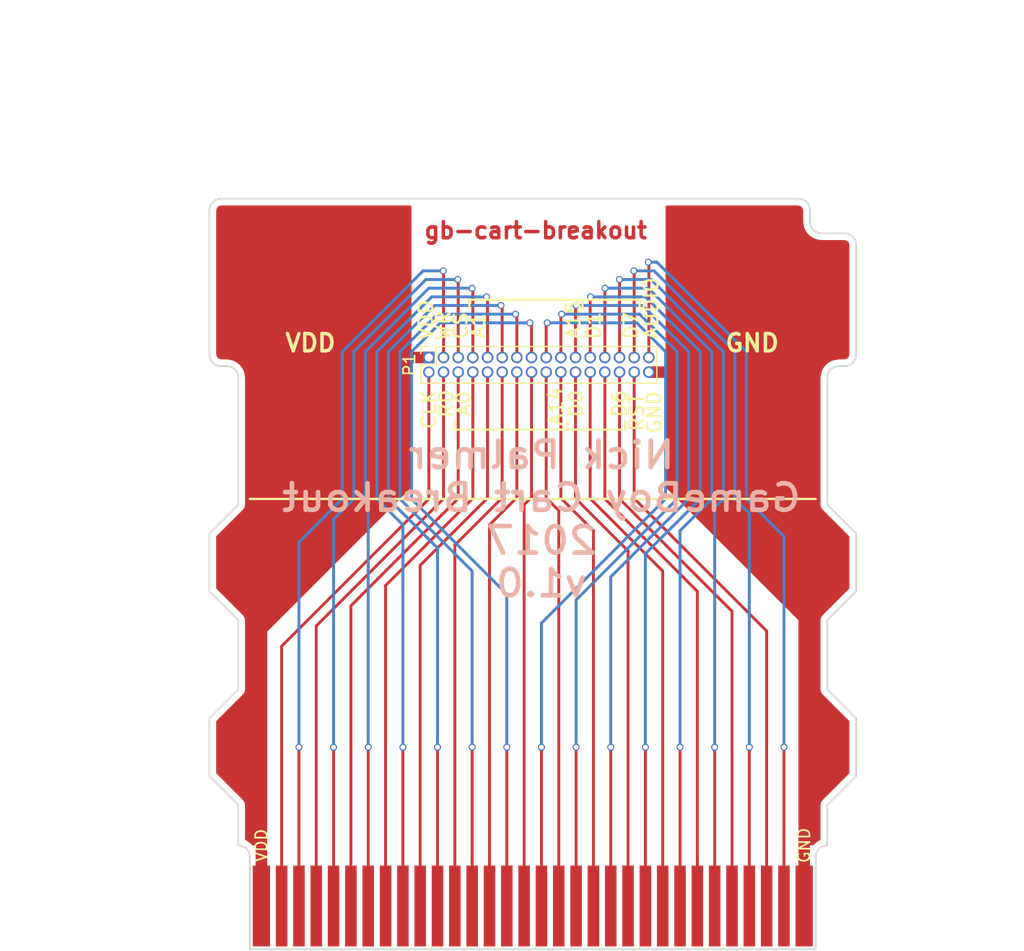
<source format=kicad_pcb>
(kicad_pcb (version 4) (host pcbnew 4.0.5)

  (general
    (links 32)
    (no_connects 0)
    (area 101.150001 26.3 196.285715 109.825)
    (thickness 1.6)
    (drawings 435)
    (tracks 218)
    (zones 0)
    (modules 2)
    (nets 33)
  )

  (page A4)
  (layers
    (0 F.Cu signal)
    (31 B.Cu signal)
    (32 B.Adhes user)
    (33 F.Adhes user)
    (34 B.Paste user)
    (35 F.Paste user)
    (36 B.SilkS user)
    (37 F.SilkS user)
    (38 B.Mask user)
    (39 F.Mask user)
    (40 Dwgs.User user)
    (41 Cmts.User user)
    (42 Eco1.User user)
    (43 Eco2.User user)
    (44 Edge.Cuts user)
    (45 Margin user)
    (46 B.CrtYd user)
    (47 F.CrtYd user)
    (48 B.Fab user)
    (49 F.Fab user)
  )

  (setup
    (last_trace_width 0.25)
    (trace_clearance 0.2)
    (zone_clearance 0.508)
    (zone_45_only no)
    (trace_min 0.2)
    (segment_width 0.2)
    (edge_width 0.15)
    (via_size 0.6)
    (via_drill 0.4)
    (via_min_size 0.4)
    (via_min_drill 0.3)
    (uvia_size 0.3)
    (uvia_drill 0.1)
    (uvias_allowed no)
    (uvia_min_size 0.2)
    (uvia_min_drill 0.1)
    (pcb_text_width 0.3)
    (pcb_text_size 1.5 1.5)
    (mod_edge_width 0.15)
    (mod_text_size 1 1)
    (mod_text_width 0.15)
    (pad_size 1.5 7)
    (pad_drill 0)
    (pad_to_mask_clearance 0.2)
    (aux_axis_origin 0 0)
    (visible_elements 7FFFF7FF)
    (pcbplotparams
      (layerselection 0x010f0_80000001)
      (usegerberextensions false)
      (excludeedgelayer true)
      (linewidth 0.100000)
      (plotframeref false)
      (viasonmask false)
      (mode 1)
      (useauxorigin false)
      (hpglpennumber 1)
      (hpglpenspeed 20)
      (hpglpendiameter 15)
      (hpglpenoverlay 2)
      (psnegative false)
      (psa4output false)
      (plotreference false)
      (plotvalue false)
      (plotinvisibletext false)
      (padsonsilk false)
      (subtractmaskfromsilk false)
      (outputformat 1)
      (mirror false)
      (drillshape 0)
      (scaleselection 1)
      (outputdirectory gerbers/))
  )

  (net 0 "")
  (net 1 GND)
  (net 2 VDD)
  (net 3 CLK)
  (net 4 WR)
  (net 5 RD)
  (net 6 CS)
  (net 7 A0)
  (net 8 A1)
  (net 9 A2)
  (net 10 A3)
  (net 11 A4)
  (net 12 A5)
  (net 13 A6)
  (net 14 A7)
  (net 15 A8)
  (net 16 A9)
  (net 17 A10)
  (net 18 A11)
  (net 19 A12)
  (net 20 A13)
  (net 21 A14)
  (net 22 A15)
  (net 23 D0)
  (net 24 D1)
  (net 25 D2)
  (net 26 D3)
  (net 27 D4)
  (net 28 D5)
  (net 29 D6)
  (net 30 D7)
  (net 31 RST)
  (net 32 AUDIO)

  (net_class Default "This is the default net class."
    (clearance 0.2)
    (trace_width 0.25)
    (via_dia 0.6)
    (via_drill 0.4)
    (uvia_dia 0.3)
    (uvia_drill 0.1)
    (add_net A0)
    (add_net A1)
    (add_net A10)
    (add_net A11)
    (add_net A12)
    (add_net A13)
    (add_net A14)
    (add_net A15)
    (add_net A2)
    (add_net A3)
    (add_net A4)
    (add_net A5)
    (add_net A6)
    (add_net A7)
    (add_net A8)
    (add_net A9)
    (add_net AUDIO)
    (add_net CLK)
    (add_net CS)
    (add_net D0)
    (add_net D1)
    (add_net D2)
    (add_net D3)
    (add_net D4)
    (add_net D5)
    (add_net D6)
    (add_net D7)
    (add_net RD)
    (add_net RST)
    (add_net WR)
  )

  (net_class wide-track ""
    (clearance 0.2)
    (trace_width 1)
    (via_dia 0.6)
    (via_drill 0.4)
    (uvia_dia 0.3)
    (uvia_drill 0.1)
    (add_net GND)
    (add_net VDD)
  )

  (module GameBoy:gb-cart-connector (layer F.Cu) (tedit 589BB285) (tstamp 589BB989)
    (at 146.75 100.75)
    (path /589BA275)
    (fp_text reference CART1 (at -1.25 -1) (layer F.SilkS) hide
      (effects (font (size 1 1) (thickness 0.15)))
    )
    (fp_text value gb-cart (at -0.5 8) (layer F.Fab) hide
      (effects (font (size 1 1) (thickness 0.15)))
    )
    (fp_text user GND (at 24.25 -1.75 90) (layer F.SilkS)
      (effects (font (size 1 1) (thickness 0.15)))
    )
    (fp_text user VDD (at -22.75 -1.75 90) (layer F.SilkS)
      (effects (font (size 1 1) (thickness 0.15)))
    )
    (pad 32 connect rect (at 24.25 3.5) (size 1.5 7) (layers F.Cu F.Mask)
      (net 1 GND) (solder_mask_margin 2) (clearance 0.25))
    (pad 1 connect rect (at -22.75 3.5) (size 1.5 7) (layers F.Cu F.Mask)
      (net 2 VDD) (solder_mask_margin 2) (clearance 0.25))
    (pad 2 connect rect (at -21 3.5) (size 1 7) (layers F.Cu F.Mask)
      (net 3 CLK) (solder_mask_margin 2) (clearance 0.25))
    (pad 3 connect rect (at -19.5 3.5) (size 1 7) (layers F.Cu F.Mask)
      (net 4 WR) (solder_mask_margin 2) (clearance 0.25))
    (pad 4 connect rect (at -18 3.5) (size 1 7) (layers F.Cu F.Mask)
      (net 5 RD) (solder_mask_margin 2) (clearance 0.25))
    (pad 5 connect rect (at -16.5 3.5) (size 1 7) (layers F.Cu F.Mask)
      (net 6 CS) (solder_mask_margin 2) (clearance 0.25))
    (pad 6 connect rect (at -15 3.5) (size 1 7) (layers F.Cu F.Mask)
      (net 7 A0) (solder_mask_margin 2) (clearance 0.25))
    (pad 7 connect rect (at -13.5 3.5) (size 1 7) (layers F.Cu F.Mask)
      (net 8 A1) (solder_mask_margin 2) (clearance 0.25))
    (pad 8 connect rect (at -12 3.5) (size 1 7) (layers F.Cu F.Mask)
      (net 9 A2) (solder_mask_margin 2) (clearance 0.25))
    (pad 9 connect rect (at -10.5 3.5) (size 1 7) (layers F.Cu F.Mask)
      (net 10 A3) (solder_mask_margin 2) (clearance 0.25))
    (pad 10 connect rect (at -9 3.5) (size 1 7) (layers F.Cu F.Mask)
      (net 11 A4) (solder_mask_margin 2) (clearance 0.25))
    (pad 11 connect rect (at -7.5 3.5) (size 1 7) (layers F.Cu F.Mask)
      (net 12 A5) (solder_mask_margin 2) (clearance 0.25))
    (pad 12 connect rect (at -6 3.5) (size 1 7) (layers F.Cu F.Mask)
      (net 13 A6) (solder_mask_margin 2) (clearance 0.25))
    (pad 13 connect rect (at -4.5 3.5) (size 1 7) (layers F.Cu F.Mask)
      (net 14 A7) (solder_mask_margin 2) (clearance 0.25))
    (pad 14 connect rect (at -3 3.5) (size 1 7) (layers F.Cu F.Mask)
      (net 15 A8) (solder_mask_margin 2) (clearance 0.25))
    (pad 15 connect rect (at -1.5 3.5) (size 1 7) (layers F.Cu F.Mask)
      (net 16 A9) (solder_mask_margin 2) (clearance 0.25))
    (pad 16 connect rect (at 0 3.5) (size 1 7) (layers F.Cu F.Mask)
      (net 17 A10) (solder_mask_margin 2) (clearance 0.25))
    (pad 17 connect rect (at 1.5 3.5) (size 1 7) (layers F.Cu F.Mask)
      (net 18 A11) (solder_mask_margin 2) (clearance 0.25))
    (pad 18 connect rect (at 3 3.5) (size 1 7) (layers F.Cu F.Mask)
      (net 19 A12) (solder_mask_margin 2) (clearance 0.25))
    (pad 19 connect rect (at 4.5 3.5) (size 1 7) (layers F.Cu F.Mask)
      (net 20 A13) (solder_mask_margin 2) (clearance 0.25))
    (pad 20 connect rect (at 6 3.5) (size 1 7) (layers F.Cu F.Mask)
      (net 21 A14) (solder_mask_margin 2) (clearance 0.25))
    (pad 21 connect rect (at 7.5 3.5) (size 1 7) (layers F.Cu F.Mask)
      (net 22 A15) (solder_mask_margin 2) (clearance 0.25))
    (pad 22 connect rect (at 9 3.5) (size 1 7) (layers F.Cu F.Mask)
      (net 23 D0) (solder_mask_margin 2) (clearance 0.25))
    (pad 23 connect rect (at 10.5 3.5) (size 1 7) (layers F.Cu F.Mask)
      (net 24 D1) (solder_mask_margin 2) (clearance 0.25))
    (pad 24 connect rect (at 12 3.5) (size 1 7) (layers F.Cu F.Mask)
      (net 25 D2) (solder_mask_margin 2) (clearance 0.25))
    (pad 25 connect rect (at 13.5 3.5) (size 1 7) (layers F.Cu F.Mask)
      (net 26 D3) (solder_mask_margin 2) (clearance 0.25))
    (pad 26 connect rect (at 15 3.5) (size 1 7) (layers F.Cu F.Mask)
      (net 27 D4) (solder_mask_margin 2) (clearance 0.25))
    (pad 27 connect rect (at 16.5 3.5) (size 1 7) (layers F.Cu F.Mask)
      (net 28 D5) (solder_mask_margin 2) (clearance 0.25))
    (pad 28 connect rect (at 18 3.5) (size 1 7) (layers F.Cu F.Mask)
      (net 29 D6) (solder_mask_margin 2) (clearance 0.25))
    (pad 29 connect rect (at 19.5 3.5) (size 1 7) (layers F.Cu F.Mask)
      (net 30 D7) (solder_mask_margin 2) (clearance 0.25))
    (pad 30 connect rect (at 21 3.5) (size 1 7) (layers F.Cu F.Mask)
      (net 31 RST) (solder_mask_margin 2) (clearance 0.25))
    (pad 31 connect rect (at 22.5 3.5) (size 1 7) (layers F.Cu F.Mask)
      (net 32 AUDIO) (solder_mask_margin 2) (clearance 0.25))
  )

  (module Socket_Strips:Socket_Strip_Straight_2x16_Pitch1.27mm (layer F.Cu) (tedit 588DE962) (tstamp 589BB9BD)
    (at 138.5 56.75 90)
    (descr "Through hole straight socket strip, 2x16, 1.27mm pitch, double rows")
    (tags "Through hole socket strip THT 2x16 1.27mm double row")
    (path /589B8E32)
    (fp_text reference P1 (at -0.635 -1.695 90) (layer F.SilkS)
      (effects (font (size 1 1) (thickness 0.15)))
    )
    (fp_text value CONN_02X16 (at -0.635 20.745 90) (layer F.Fab)
      (effects (font (size 1 1) (thickness 0.15)))
    )
    (fp_line (start -2.16 -0.635) (end -2.16 19.685) (layer F.Fab) (width 0.1))
    (fp_line (start -2.16 19.685) (end 0.89 19.685) (layer F.Fab) (width 0.1))
    (fp_line (start 0.89 19.685) (end 0.89 -0.635) (layer F.Fab) (width 0.1))
    (fp_line (start 0.89 -0.635) (end -2.16 -0.635) (layer F.Fab) (width 0.1))
    (fp_line (start 0.95 0.635) (end 0.95 19.745) (layer F.SilkS) (width 0.12))
    (fp_line (start 0.95 19.745) (end -2.22 19.745) (layer F.SilkS) (width 0.12))
    (fp_line (start -2.22 19.745) (end -2.22 -0.695) (layer F.SilkS) (width 0.12))
    (fp_line (start -2.22 -0.695) (end -0.635 -0.695) (layer F.SilkS) (width 0.12))
    (fp_line (start -0.635 -0.695) (end -0.635 0.635) (layer F.SilkS) (width 0.12))
    (fp_line (start -0.635 0.635) (end 0.95 0.635) (layer F.SilkS) (width 0.12))
    (fp_line (start 0.95 0) (end 0.95 -0.695) (layer F.SilkS) (width 0.12))
    (fp_line (start 0.95 -0.695) (end 0.315 -0.695) (layer F.SilkS) (width 0.12))
    (fp_line (start -2.45 -0.9) (end -2.45 19.95) (layer F.CrtYd) (width 0.05))
    (fp_line (start -2.45 19.95) (end 1.15 19.95) (layer F.CrtYd) (width 0.05))
    (fp_line (start 1.15 19.95) (end 1.15 -0.9) (layer F.CrtYd) (width 0.05))
    (fp_line (start 1.15 -0.9) (end -2.45 -0.9) (layer F.CrtYd) (width 0.05))
    (pad 1 thru_hole rect (at 0 0 90) (size 1 1) (drill 0.7) (layers *.Cu *.Mask)
      (net 2 VDD))
    (pad 2 thru_hole oval (at -1.27 0 90) (size 1 1) (drill 0.7) (layers *.Cu *.Mask)
      (net 3 CLK))
    (pad 3 thru_hole oval (at 0 1.27 90) (size 1 1) (drill 0.7) (layers *.Cu *.Mask)
      (net 4 WR))
    (pad 4 thru_hole oval (at -1.27 1.27 90) (size 1 1) (drill 0.7) (layers *.Cu *.Mask)
      (net 5 RD))
    (pad 5 thru_hole oval (at 0 2.54 90) (size 1 1) (drill 0.7) (layers *.Cu *.Mask)
      (net 6 CS))
    (pad 6 thru_hole oval (at -1.27 2.54 90) (size 1 1) (drill 0.7) (layers *.Cu *.Mask)
      (net 7 A0))
    (pad 7 thru_hole oval (at 0 3.81 90) (size 1 1) (drill 0.7) (layers *.Cu *.Mask)
      (net 8 A1))
    (pad 8 thru_hole oval (at -1.27 3.81 90) (size 1 1) (drill 0.7) (layers *.Cu *.Mask)
      (net 9 A2))
    (pad 9 thru_hole oval (at 0 5.08 90) (size 1 1) (drill 0.7) (layers *.Cu *.Mask)
      (net 10 A3))
    (pad 10 thru_hole oval (at -1.27 5.08 90) (size 1 1) (drill 0.7) (layers *.Cu *.Mask)
      (net 11 A4))
    (pad 11 thru_hole oval (at 0 6.35 90) (size 1 1) (drill 0.7) (layers *.Cu *.Mask)
      (net 12 A5))
    (pad 12 thru_hole oval (at -1.27 6.35 90) (size 1 1) (drill 0.7) (layers *.Cu *.Mask)
      (net 13 A6))
    (pad 13 thru_hole oval (at 0 7.62 90) (size 1 1) (drill 0.7) (layers *.Cu *.Mask)
      (net 14 A7))
    (pad 14 thru_hole oval (at -1.27 7.62 90) (size 1 1) (drill 0.7) (layers *.Cu *.Mask)
      (net 15 A8))
    (pad 15 thru_hole oval (at 0 8.89 90) (size 1 1) (drill 0.7) (layers *.Cu *.Mask)
      (net 16 A9))
    (pad 16 thru_hole oval (at -1.27 8.89 90) (size 1 1) (drill 0.7) (layers *.Cu *.Mask)
      (net 17 A10))
    (pad 17 thru_hole oval (at 0 10.16 90) (size 1 1) (drill 0.7) (layers *.Cu *.Mask)
      (net 18 A11))
    (pad 18 thru_hole oval (at -1.27 10.16 90) (size 1 1) (drill 0.7) (layers *.Cu *.Mask)
      (net 19 A12))
    (pad 19 thru_hole oval (at 0 11.43 90) (size 1 1) (drill 0.7) (layers *.Cu *.Mask)
      (net 20 A13))
    (pad 20 thru_hole oval (at -1.27 11.43 90) (size 1 1) (drill 0.7) (layers *.Cu *.Mask)
      (net 21 A14))
    (pad 21 thru_hole oval (at 0 12.7 90) (size 1 1) (drill 0.7) (layers *.Cu *.Mask)
      (net 22 A15))
    (pad 22 thru_hole oval (at -1.27 12.7 90) (size 1 1) (drill 0.7) (layers *.Cu *.Mask)
      (net 23 D0))
    (pad 23 thru_hole oval (at 0 13.97 90) (size 1 1) (drill 0.7) (layers *.Cu *.Mask)
      (net 24 D1))
    (pad 24 thru_hole oval (at -1.27 13.97 90) (size 1 1) (drill 0.7) (layers *.Cu *.Mask)
      (net 25 D2))
    (pad 25 thru_hole oval (at 0 15.24 90) (size 1 1) (drill 0.7) (layers *.Cu *.Mask)
      (net 26 D3))
    (pad 26 thru_hole oval (at -1.27 15.24 90) (size 1 1) (drill 0.7) (layers *.Cu *.Mask)
      (net 27 D4))
    (pad 27 thru_hole oval (at 0 16.51 90) (size 1 1) (drill 0.7) (layers *.Cu *.Mask)
      (net 28 D5))
    (pad 28 thru_hole oval (at -1.27 16.51 90) (size 1 1) (drill 0.7) (layers *.Cu *.Mask)
      (net 29 D6))
    (pad 29 thru_hole oval (at 0 17.78 90) (size 1 1) (drill 0.7) (layers *.Cu *.Mask)
      (net 30 D7))
    (pad 30 thru_hole oval (at -1.27 17.78 90) (size 1 1) (drill 0.7) (layers *.Cu *.Mask)
      (net 31 RST))
    (pad 31 thru_hole oval (at 0 19.05 90) (size 1 1) (drill 0.7) (layers *.Cu *.Mask)
      (net 32 AUDIO))
    (pad 32 thru_hole oval (at -1.27 19.05 90) (size 1 1) (drill 0.7) (layers *.Cu *.Mask)
      (net 1 GND))
    (model Socket_Strips.3dshapes/Socket_Strip_Straight_2x16_Pitch1.27mm.wrl
      (at (xyz 0 0 0))
      (scale (xyz 1 1 1))
      (rotate (xyz 0 0 0))
    )
  )

  (gr_text gb-cart-breakout (at 147.75 45.75) (layer F.Cu)
    (effects (font (size 1.4 1.4) (thickness 0.3)))
  )
  (gr_text "Nick Palmer\nGameBoy Cart Breakout\n2017\nv1.0" (at 148.25 70.75) (layer B.SilkS)
    (effects (font (size 2.3 2.5) (thickness 0.4)) (justify mirror))
  )
  (gr_text GND (at 166.5 55.5) (layer F.SilkS)
    (effects (font (size 1.5 1.5) (thickness 0.3)))
  )
  (gr_text VDD (at 128.25 55.5) (layer F.SilkS)
    (effects (font (size 1.5 1.5) (thickness 0.3)))
  )
  (gr_arc (start 124.4 51.15) (end 123.4 51.15) (angle 90) (layer F.Mask) (width 0.2) (tstamp 589CE621))
  (gr_arc (start 124.4 53.15) (end 124.4 54.15) (angle 90) (layer F.Mask) (width 0.2) (tstamp 589CE620))
  (gr_arc (start 132.4 53.15) (end 133.4 53.15) (angle 90) (layer F.Mask) (width 0.2) (tstamp 589CE61F))
  (gr_arc (start 132.4 51.15) (end 132.4 50.15) (angle 90) (layer F.Mask) (width 0.2) (tstamp 589CE61E))
  (gr_line (start 132.4 50.15) (end 124.4 50.15) (angle 90) (layer F.Mask) (width 0.2) (tstamp 589CE61D))
  (gr_line (start 132.4 50.15) (end 132.4 50.35) (angle 90) (layer F.Mask) (width 0.2) (tstamp 589CE61C))
  (gr_line (start 132.4 50.35) (end 124.4 50.35) (angle 90) (layer F.Mask) (width 0.2) (tstamp 589CE61B))
  (gr_line (start 124.4 50.35) (end 124 50.35) (angle 90) (layer F.Mask) (width 0.2) (tstamp 589CE61A))
  (gr_line (start 124 50.35) (end 123.8 50.55) (angle 90) (layer F.Mask) (width 0.2) (tstamp 589CE619))
  (gr_line (start 123.8 50.55) (end 123.6 50.75) (angle 90) (layer F.Mask) (width 0.2) (tstamp 589CE618))
  (gr_line (start 123.6 50.75) (end 123.6 50.95) (angle 90) (layer F.Mask) (width 0.2) (tstamp 589CE617))
  (gr_line (start 123.6 50.95) (end 123.6 53.15) (angle 90) (layer F.Mask) (width 0.2) (tstamp 589CE616))
  (gr_line (start 123.6 53.15) (end 123.4 53.15) (angle 90) (layer F.Mask) (width 0.2) (tstamp 589CE615))
  (gr_line (start 123.4 53.15) (end 123.4 51.15) (angle 90) (layer F.Mask) (width 0.2) (tstamp 589CE614))
  (gr_line (start 123.4 51.15) (end 133.4 51.15) (angle 90) (layer F.Mask) (width 0.2) (tstamp 589CE613))
  (gr_line (start 133.4 51.15) (end 133.4 53.15) (angle 90) (layer F.Mask) (width 0.2) (tstamp 589CE612))
  (gr_line (start 133.4 53.15) (end 123.4 53.15) (angle 90) (layer F.Mask) (width 0.2) (tstamp 589CE611))
  (gr_line (start 123.4 53.15) (end 123.8 53.55) (angle 90) (layer F.Mask) (width 0.2) (tstamp 589CE610))
  (gr_line (start 123.8 53.55) (end 123.6 53.55) (angle 90) (layer F.Mask) (width 0.2) (tstamp 589CE60F))
  (gr_line (start 123.6 53.55) (end 124 53.95) (angle 90) (layer F.Mask) (width 0.2) (tstamp 589CE60E))
  (gr_line (start 124 53.95) (end 123.8 53.75) (angle 90) (layer F.Mask) (width 0.2) (tstamp 589CE60D))
  (gr_line (start 123.8 53.75) (end 124.4 53.75) (angle 90) (layer F.Mask) (width 0.2) (tstamp 589CE60C))
  (gr_line (start 124.4 53.75) (end 124.4 53.95) (angle 90) (layer F.Mask) (width 0.2) (tstamp 589CE60B))
  (gr_line (start 124.4 53.95) (end 124.2 53.95) (angle 90) (layer F.Mask) (width 0.2) (tstamp 589CE60A))
  (gr_line (start 124.2 53.95) (end 124.4 54.15) (angle 90) (layer F.Mask) (width 0.2) (tstamp 589CE609))
  (gr_line (start 124.4 54.15) (end 132.4 54.15) (angle 90) (layer F.Mask) (width 0.2) (tstamp 589CE608))
  (gr_line (start 132.4 54.15) (end 132.4 53.95) (angle 90) (layer F.Mask) (width 0.2) (tstamp 589CE607))
  (gr_line (start 132.4 53.95) (end 132.6 53.95) (angle 90) (layer F.Mask) (width 0.2) (tstamp 589CE606))
  (gr_line (start 132.6 53.95) (end 132.8 53.95) (angle 90) (layer F.Mask) (width 0.2) (tstamp 589CE605))
  (gr_line (start 132.8 53.95) (end 132.8 53.75) (angle 90) (layer F.Mask) (width 0.2) (tstamp 589CE604))
  (gr_line (start 132.8 53.75) (end 133 53.75) (angle 90) (layer F.Mask) (width 0.2) (tstamp 589CE603))
  (gr_line (start 133 53.75) (end 133 53.55) (angle 90) (layer F.Mask) (width 0.2) (tstamp 589CE602))
  (gr_line (start 133 53.55) (end 133.2 53.55) (angle 90) (layer F.Mask) (width 0.2) (tstamp 589CE601))
  (gr_line (start 133.2 53.55) (end 133.2 53.35) (angle 90) (layer F.Mask) (width 0.2) (tstamp 589CE600))
  (gr_line (start 133.2 53.35) (end 133.2 50.95) (angle 90) (layer F.Mask) (width 0.2) (tstamp 589CE5FF))
  (gr_line (start 133.2 50.95) (end 133.2 50.75) (angle 90) (layer F.Mask) (width 0.2) (tstamp 589CE5FE))
  (gr_line (start 133.2 50.75) (end 133 50.75) (angle 90) (layer F.Mask) (width 0.2) (tstamp 589CE5FD))
  (gr_line (start 133 50.75) (end 133 50.55) (angle 90) (layer F.Mask) (width 0.2) (tstamp 589CE5FC))
  (gr_line (start 133 50.55) (end 132.8 50.55) (angle 90) (layer F.Mask) (width 0.2) (tstamp 589CE5FB))
  (gr_line (start 132.8 50.55) (end 132.8 50.35) (angle 90) (layer F.Mask) (width 0.2) (tstamp 589CE5FA))
  (gr_line (start 132.8 50.35) (end 132.6 50.35) (angle 90) (layer F.Mask) (width 0.2) (tstamp 589CE5F9))
  (gr_line (start 132.6 50.35) (end 132.6 53.95) (angle 90) (layer F.Mask) (width 0.2) (tstamp 589CE5F8))
  (gr_line (start 132.6 53.95) (end 124 53.95) (angle 90) (layer F.Mask) (width 0.2) (tstamp 589CE5F7))
  (gr_line (start 124 53.95) (end 124 50.55) (angle 90) (layer F.Mask) (width 0.2) (tstamp 589CE5F6))
  (gr_line (start 124 50.55) (end 132.4 50.55) (angle 90) (layer F.Mask) (width 0.2) (tstamp 589CE5F5))
  (gr_line (start 132.4 50.55) (end 132.4 53.75) (angle 90) (layer F.Mask) (width 0.2) (tstamp 589CE5F4))
  (gr_line (start 132.4 53.75) (end 124.6 53.75) (angle 90) (layer F.Mask) (width 0.2) (tstamp 589CE5F3))
  (gr_line (start 124.6 53.75) (end 123.8 53.75) (angle 90) (layer F.Mask) (width 0.2) (tstamp 589CE5F2))
  (gr_line (start 123.8 53.75) (end 123.8 50.55) (angle 90) (layer F.Mask) (width 0.2) (tstamp 589CE5F1))
  (gr_line (start 123.8 50.55) (end 124 50.75) (angle 90) (layer F.Mask) (width 0.2) (tstamp 589CE5F0))
  (gr_line (start 124 50.75) (end 133.2 50.75) (angle 90) (layer F.Mask) (width 0.2) (tstamp 589CE5EF))
  (gr_line (start 133.2 50.75) (end 133 50.55) (angle 90) (layer F.Mask) (width 0.2) (tstamp 589CE5EE))
  (gr_line (start 133 50.55) (end 132.4 50.55) (angle 90) (layer F.Mask) (width 0.2) (tstamp 589CE5ED))
  (gr_line (start 132.4 50.55) (end 132.6 50.35) (angle 90) (layer F.Mask) (width 0.2) (tstamp 589CE5EC))
  (gr_line (start 132.6 50.35) (end 133.2 50.95) (angle 90) (layer F.Mask) (width 0.2) (tstamp 589CE5EB))
  (gr_line (start 133.2 50.95) (end 124 50.95) (angle 90) (layer F.Mask) (width 0.2) (tstamp 589CE5EA))
  (gr_line (start 124 50.95) (end 124 51.35) (angle 90) (layer F.Mask) (width 0.2) (tstamp 589CE5E9))
  (gr_line (start 124 51.35) (end 133.2 51.35) (angle 90) (layer F.Mask) (width 0.2) (tstamp 589CE5E8))
  (gr_line (start 133.2 51.35) (end 133.2 51.55) (angle 90) (layer F.Mask) (width 0.2) (tstamp 589CE5E7))
  (gr_line (start 133.2 51.55) (end 124 51.55) (angle 90) (layer F.Mask) (width 0.2) (tstamp 589CE5E6))
  (gr_line (start 124 51.55) (end 124 51.75) (angle 90) (layer F.Mask) (width 0.2) (tstamp 589CE5E5))
  (gr_line (start 124 51.75) (end 133.2 51.75) (angle 90) (layer F.Mask) (width 0.2) (tstamp 589CE5E4))
  (gr_line (start 133.2 51.75) (end 133.2 52.15) (angle 90) (layer F.Mask) (width 0.2) (tstamp 589CE5E3))
  (gr_line (start 133.2 52.15) (end 124 52.15) (angle 90) (layer F.Mask) (width 0.2) (tstamp 589CE5E2))
  (gr_line (start 124 52.15) (end 124 51.95) (angle 90) (layer F.Mask) (width 0.2) (tstamp 589CE5E1))
  (gr_line (start 124 51.95) (end 133.2 51.95) (angle 90) (layer F.Mask) (width 0.2) (tstamp 589CE5E0))
  (gr_line (start 133.2 51.95) (end 133.2 52.35) (angle 90) (layer F.Mask) (width 0.2) (tstamp 589CE5DF))
  (gr_line (start 133.2 52.35) (end 124 52.35) (angle 90) (layer F.Mask) (width 0.2) (tstamp 589CE5DE))
  (gr_line (start 124 52.35) (end 124 52.55) (angle 90) (layer F.Mask) (width 0.2) (tstamp 589CE5DD))
  (gr_line (start 124 52.55) (end 133.2 52.55) (angle 90) (layer F.Mask) (width 0.2) (tstamp 589CE5DC))
  (gr_line (start 133.2 52.55) (end 133.2 52.75) (angle 90) (layer F.Mask) (width 0.2) (tstamp 589CE5DB))
  (gr_line (start 133.2 52.75) (end 124 52.75) (angle 90) (layer F.Mask) (width 0.2) (tstamp 589CE5DA))
  (gr_line (start 124 52.75) (end 124 52.95) (angle 90) (layer F.Mask) (width 0.2) (tstamp 589CE5D9))
  (gr_line (start 124 52.95) (end 133.2 52.95) (angle 90) (layer F.Mask) (width 0.2) (tstamp 589CE5D8))
  (gr_line (start 133.2 52.95) (end 133.2 53.35) (angle 90) (layer F.Mask) (width 0.2) (tstamp 589CE5D7))
  (gr_line (start 133.2 53.35) (end 124 53.35) (angle 90) (layer F.Mask) (width 0.2) (tstamp 589CE5D6))
  (gr_line (start 124 53.35) (end 124 53.55) (angle 90) (layer F.Mask) (width 0.2) (tstamp 589CE5D5))
  (gr_line (start 124 53.55) (end 133 53.55) (angle 90) (layer F.Mask) (width 0.2) (tstamp 589CE5D4))
  (gr_line (start 133 53.55) (end 133 53.75) (angle 90) (layer F.Mask) (width 0.2) (tstamp 589CE5D3))
  (gr_line (start 133 53.75) (end 132 53.75) (angle 90) (layer F.Mask) (width 0.2) (tstamp 589CE5D2))
  (gr_line (start 132 53.75) (end 132 53.35) (angle 90) (layer F.Mask) (width 0.2) (tstamp 589CE5D1))
  (gr_line (start 133.2 53.75) (end 133 53.55) (angle 90) (layer F.Mask) (width 0.2) (tstamp 589CE5D0))
  (gr_line (start 133 53.55) (end 132.8 53.75) (angle 90) (layer F.Mask) (width 0.2) (tstamp 589CE5CF))
  (gr_line (start 132.8 53.75) (end 133 53.95) (angle 90) (layer F.Mask) (width 0.2) (tstamp 589CE5CE))
  (gr_line (start 133 50.55) (end 132.8 50.35) (angle 90) (layer F.Mask) (width 0.2) (tstamp 589CE5CD))
  (gr_line (start 132.8 50.35) (end 132.6 50.35) (angle 90) (layer F.Mask) (width 0.2) (tstamp 589CE5CC))
  (gr_line (start 132.6 50.35) (end 132.4 50.15) (angle 90) (layer F.Mask) (width 0.2) (tstamp 589CE5CB))
  (gr_line (start 123.6 53.55) (end 123.6 53.35) (angle 90) (layer F.Mask) (width 0.2) (tstamp 589CE5CA))
  (gr_line (start 123.6 53.35) (end 123.8 53.15) (angle 90) (layer F.Mask) (width 0.2) (tstamp 589CE5C9))
  (gr_line (start 162.1 53.35) (end 162.3 53.15) (angle 90) (layer F.Mask) (width 0.2) (tstamp 589CE5C7))
  (gr_line (start 162.1 53.55) (end 162.1 53.35) (angle 90) (layer F.Mask) (width 0.2) (tstamp 589CE5C6))
  (gr_line (start 171.1 50.35) (end 170.9 50.15) (angle 90) (layer F.Mask) (width 0.2) (tstamp 589CE5C5))
  (gr_line (start 171.3 50.35) (end 171.1 50.35) (angle 90) (layer F.Mask) (width 0.2) (tstamp 589CE5C4))
  (gr_line (start 171.5 50.55) (end 171.3 50.35) (angle 90) (layer F.Mask) (width 0.2) (tstamp 589CE5C3))
  (gr_line (start 171.3 53.75) (end 171.5 53.95) (angle 90) (layer F.Mask) (width 0.2) (tstamp 589CE5C2))
  (gr_line (start 171.5 53.55) (end 171.3 53.75) (angle 90) (layer F.Mask) (width 0.2) (tstamp 589CE5C1))
  (gr_line (start 171.7 53.75) (end 171.5 53.55) (angle 90) (layer F.Mask) (width 0.2) (tstamp 589CE5C0))
  (gr_line (start 170.5 53.75) (end 170.5 53.35) (angle 90) (layer F.Mask) (width 0.2) (tstamp 589CE5BF))
  (gr_line (start 171.5 53.75) (end 170.5 53.75) (angle 90) (layer F.Mask) (width 0.2) (tstamp 589CE5BE))
  (gr_line (start 171.5 53.55) (end 171.5 53.75) (angle 90) (layer F.Mask) (width 0.2) (tstamp 589CE5BD))
  (gr_line (start 162.5 53.55) (end 171.5 53.55) (angle 90) (layer F.Mask) (width 0.2) (tstamp 589CE5BC))
  (gr_line (start 162.5 53.35) (end 162.5 53.55) (angle 90) (layer F.Mask) (width 0.2) (tstamp 589CE5BB))
  (gr_line (start 171.7 53.35) (end 162.5 53.35) (angle 90) (layer F.Mask) (width 0.2) (tstamp 589CE5BA))
  (gr_line (start 171.7 52.95) (end 171.7 53.35) (angle 90) (layer F.Mask) (width 0.2) (tstamp 589CE5B9))
  (gr_line (start 162.5 52.95) (end 171.7 52.95) (angle 90) (layer F.Mask) (width 0.2) (tstamp 589CE5B8))
  (gr_line (start 162.5 52.75) (end 162.5 52.95) (angle 90) (layer F.Mask) (width 0.2) (tstamp 589CE5B7))
  (gr_line (start 171.7 52.75) (end 162.5 52.75) (angle 90) (layer F.Mask) (width 0.2) (tstamp 589CE5B6))
  (gr_line (start 171.7 52.55) (end 171.7 52.75) (angle 90) (layer F.Mask) (width 0.2) (tstamp 589CE5B5))
  (gr_line (start 162.5 52.55) (end 171.7 52.55) (angle 90) (layer F.Mask) (width 0.2) (tstamp 589CE5B4))
  (gr_line (start 162.5 52.35) (end 162.5 52.55) (angle 90) (layer F.Mask) (width 0.2) (tstamp 589CE5B3))
  (gr_line (start 171.7 52.35) (end 162.5 52.35) (angle 90) (layer F.Mask) (width 0.2) (tstamp 589CE5B2))
  (gr_line (start 171.7 51.95) (end 171.7 52.35) (angle 90) (layer F.Mask) (width 0.2) (tstamp 589CE5B1))
  (gr_line (start 162.5 51.95) (end 171.7 51.95) (angle 90) (layer F.Mask) (width 0.2) (tstamp 589CE5B0))
  (gr_line (start 162.5 52.15) (end 162.5 51.95) (angle 90) (layer F.Mask) (width 0.2) (tstamp 589CE5AF))
  (gr_line (start 171.7 52.15) (end 162.5 52.15) (angle 90) (layer F.Mask) (width 0.2) (tstamp 589CE5AE))
  (gr_line (start 171.7 51.75) (end 171.7 52.15) (angle 90) (layer F.Mask) (width 0.2) (tstamp 589CE5AD))
  (gr_line (start 162.5 51.75) (end 171.7 51.75) (angle 90) (layer F.Mask) (width 0.2) (tstamp 589CE5AC))
  (gr_line (start 162.5 51.55) (end 162.5 51.75) (angle 90) (layer F.Mask) (width 0.2) (tstamp 589CE5AB))
  (gr_line (start 171.7 51.55) (end 162.5 51.55) (angle 90) (layer F.Mask) (width 0.2) (tstamp 589CE5AA))
  (gr_line (start 171.7 51.35) (end 171.7 51.55) (angle 90) (layer F.Mask) (width 0.2) (tstamp 589CE5A9))
  (gr_line (start 162.5 51.35) (end 171.7 51.35) (angle 90) (layer F.Mask) (width 0.2) (tstamp 589CE5A8))
  (gr_line (start 162.5 50.95) (end 162.5 51.35) (angle 90) (layer F.Mask) (width 0.2) (tstamp 589CE5A7))
  (gr_line (start 171.7 50.95) (end 162.5 50.95) (angle 90) (layer F.Mask) (width 0.2) (tstamp 589CE5A6))
  (gr_line (start 171.1 50.35) (end 171.7 50.95) (angle 90) (layer F.Mask) (width 0.2) (tstamp 589CE5A5))
  (gr_line (start 170.9 50.55) (end 171.1 50.35) (angle 90) (layer F.Mask) (width 0.2) (tstamp 589CE5A4))
  (gr_line (start 171.5 50.55) (end 170.9 50.55) (angle 90) (layer F.Mask) (width 0.2) (tstamp 589CE5A3))
  (gr_line (start 171.7 50.75) (end 171.5 50.55) (angle 90) (layer F.Mask) (width 0.2) (tstamp 589CE5A2))
  (gr_line (start 162.5 50.75) (end 171.7 50.75) (angle 90) (layer F.Mask) (width 0.2) (tstamp 589CE5A1))
  (gr_line (start 162.3 50.55) (end 162.5 50.75) (angle 90) (layer F.Mask) (width 0.2) (tstamp 589CE5A0))
  (gr_line (start 162.3 53.75) (end 162.3 50.55) (angle 90) (layer F.Mask) (width 0.2) (tstamp 589CE59F))
  (gr_line (start 163.1 53.75) (end 162.3 53.75) (angle 90) (layer F.Mask) (width 0.2) (tstamp 589CE59E))
  (gr_line (start 170.9 53.75) (end 163.1 53.75) (angle 90) (layer F.Mask) (width 0.2) (tstamp 589CE59D))
  (gr_line (start 170.9 50.55) (end 170.9 53.75) (angle 90) (layer F.Mask) (width 0.2) (tstamp 589CE59C))
  (gr_line (start 162.5 50.55) (end 170.9 50.55) (angle 90) (layer F.Mask) (width 0.2) (tstamp 589CE59B))
  (gr_line (start 162.5 53.95) (end 162.5 50.55) (angle 90) (layer F.Mask) (width 0.2) (tstamp 589CE59A))
  (gr_line (start 171.1 53.95) (end 162.5 53.95) (angle 90) (layer F.Mask) (width 0.2) (tstamp 589CE599))
  (gr_line (start 171.1 50.35) (end 171.1 53.95) (angle 90) (layer F.Mask) (width 0.2) (tstamp 589CE598))
  (gr_line (start 171.3 50.35) (end 171.1 50.35) (angle 90) (layer F.Mask) (width 0.2) (tstamp 589CE597))
  (gr_line (start 171.3 50.55) (end 171.3 50.35) (angle 90) (layer F.Mask) (width 0.2) (tstamp 589CE596))
  (gr_line (start 171.5 50.55) (end 171.3 50.55) (angle 90) (layer F.Mask) (width 0.2) (tstamp 589CE595))
  (gr_line (start 171.5 50.75) (end 171.5 50.55) (angle 90) (layer F.Mask) (width 0.2) (tstamp 589CE594))
  (gr_line (start 171.7 50.75) (end 171.5 50.75) (angle 90) (layer F.Mask) (width 0.2) (tstamp 589CE593))
  (gr_line (start 171.7 50.95) (end 171.7 50.75) (angle 90) (layer F.Mask) (width 0.2) (tstamp 589CE592))
  (gr_line (start 171.7 53.35) (end 171.7 50.95) (angle 90) (layer F.Mask) (width 0.2) (tstamp 589CE591))
  (gr_line (start 171.7 53.55) (end 171.7 53.35) (angle 90) (layer F.Mask) (width 0.2) (tstamp 589CE590))
  (gr_line (start 171.5 53.55) (end 171.7 53.55) (angle 90) (layer F.Mask) (width 0.2) (tstamp 589CE58F))
  (gr_line (start 171.5 53.75) (end 171.5 53.55) (angle 90) (layer F.Mask) (width 0.2) (tstamp 589CE58E))
  (gr_line (start 171.3 53.75) (end 171.5 53.75) (angle 90) (layer F.Mask) (width 0.2) (tstamp 589CE58D))
  (gr_line (start 171.3 53.95) (end 171.3 53.75) (angle 90) (layer F.Mask) (width 0.2) (tstamp 589CE58C))
  (gr_line (start 171.1 53.95) (end 171.3 53.95) (angle 90) (layer F.Mask) (width 0.2) (tstamp 589CE58B))
  (gr_line (start 170.9 53.95) (end 171.1 53.95) (angle 90) (layer F.Mask) (width 0.2) (tstamp 589CE58A))
  (gr_line (start 170.9 54.15) (end 170.9 53.95) (angle 90) (layer F.Mask) (width 0.2) (tstamp 589CE589))
  (gr_line (start 162.9 54.15) (end 170.9 54.15) (angle 90) (layer F.Mask) (width 0.2) (tstamp 589CE588))
  (gr_line (start 162.7 53.95) (end 162.9 54.15) (angle 90) (layer F.Mask) (width 0.2) (tstamp 589CE587))
  (gr_line (start 162.9 53.95) (end 162.7 53.95) (angle 90) (layer F.Mask) (width 0.2) (tstamp 589CE586))
  (gr_line (start 162.9 53.75) (end 162.9 53.95) (angle 90) (layer F.Mask) (width 0.2) (tstamp 589CE585))
  (gr_line (start 162.3 53.75) (end 162.9 53.75) (angle 90) (layer F.Mask) (width 0.2) (tstamp 589CE584))
  (gr_line (start 162.5 53.95) (end 162.3 53.75) (angle 90) (layer F.Mask) (width 0.2) (tstamp 589CE583))
  (gr_line (start 162.1 53.55) (end 162.5 53.95) (angle 90) (layer F.Mask) (width 0.2) (tstamp 589CE582))
  (gr_line (start 162.3 53.55) (end 162.1 53.55) (angle 90) (layer F.Mask) (width 0.2) (tstamp 589CE581))
  (gr_line (start 161.9 53.15) (end 162.3 53.55) (angle 90) (layer F.Mask) (width 0.2) (tstamp 589CE580))
  (gr_line (start 171.9 53.15) (end 161.9 53.15) (angle 90) (layer F.Mask) (width 0.2) (tstamp 589CE57F))
  (gr_line (start 171.9 51.15) (end 171.9 53.15) (angle 90) (layer F.Mask) (width 0.2) (tstamp 589CE57E))
  (gr_line (start 161.9 51.15) (end 171.9 51.15) (angle 90) (layer F.Mask) (width 0.2) (tstamp 589CE57D))
  (gr_line (start 161.9 53.15) (end 161.9 51.15) (angle 90) (layer F.Mask) (width 0.2) (tstamp 589CE57C))
  (gr_line (start 162.1 53.15) (end 161.9 53.15) (angle 90) (layer F.Mask) (width 0.2) (tstamp 589CE57B))
  (gr_line (start 162.1 50.95) (end 162.1 53.15) (angle 90) (layer F.Mask) (width 0.2) (tstamp 589CE57A))
  (gr_line (start 162.1 50.75) (end 162.1 50.95) (angle 90) (layer F.Mask) (width 0.2) (tstamp 589CE579))
  (gr_line (start 162.3 50.55) (end 162.1 50.75) (angle 90) (layer F.Mask) (width 0.2) (tstamp 589CE578))
  (gr_line (start 162.5 50.35) (end 162.3 50.55) (angle 90) (layer F.Mask) (width 0.2) (tstamp 589CE577))
  (gr_line (start 162.9 50.35) (end 162.5 50.35) (angle 90) (layer F.Mask) (width 0.2) (tstamp 589CE576))
  (gr_line (start 170.9 50.35) (end 162.9 50.35) (angle 90) (layer F.Mask) (width 0.2) (tstamp 589CE575))
  (gr_line (start 170.9 50.15) (end 170.9 50.35) (angle 90) (layer F.Mask) (width 0.2) (tstamp 589CE574))
  (gr_line (start 170.9 50.15) (end 162.9 50.15) (angle 90) (layer F.Mask) (width 0.2) (tstamp 589CE573))
  (gr_arc (start 170.9 51.15) (end 170.9 50.15) (angle 90) (layer F.Mask) (width 0.2) (tstamp 589CE572))
  (gr_arc (start 170.9 53.15) (end 171.9 53.15) (angle 90) (layer F.Mask) (width 0.2) (tstamp 589CE571))
  (gr_arc (start 162.9 53.15) (end 162.9 54.15) (angle 90) (layer F.Mask) (width 0.2) (tstamp 589CE570))
  (gr_arc (start 162.9 51.15) (end 161.9 51.15) (angle 90) (layer F.Mask) (width 0.2) (tstamp 589CE56F))
  (gr_text AUDIO (at 157.75 52.5 90) (layer F.SilkS)
    (effects (font (size 1.2 1.2) (thickness 0.2)))
  )
  (gr_text D7 (at 156 54 90) (layer F.SilkS)
    (effects (font (size 1.2 1.2) (thickness 0.2)))
  )
  (gr_text D1 (at 152.75 54 90) (layer F.SilkS)
    (effects (font (size 1.2 1.2) (thickness 0.2)))
  )
  (gr_line (start 156.75 51.75) (end 156.75 52.5) (angle 90) (layer F.SilkS) (width 0.2))
  (gr_line (start 152.25 51.75) (end 156.75 51.75) (angle 90) (layer F.SilkS) (width 0.2))
  (gr_line (start 155.5 63) (end 155.5 62.25) (angle 90) (layer F.SilkS) (width 0.2))
  (gr_line (start 150.5 63) (end 155.5 63) (angle 90) (layer F.SilkS) (width 0.2))
  (gr_text GND (at 158 61.5 90) (layer F.SilkS)
    (effects (font (size 1.2 1.2) (thickness 0.2)))
  )
  (gr_text RST (at 156.5 59.75 90) (layer F.SilkS)
    (effects (font (size 1.2 1.2) (thickness 0.2)) (justify right))
  )
  (gr_text D6 (at 155 60.75 90) (layer F.SilkS)
    (effects (font (size 1.2 1.2) (thickness 0.2)))
  )
  (gr_text D0 (at 151.25 60.75 90) (layer F.SilkS)
    (effects (font (size 1.2 1.2) (thickness 0.2)))
  )
  (gr_line (start 150.5 63) (end 150 63) (angle 90) (layer F.SilkS) (width 0.2))
  (gr_text A14 (at 149.5 61 90) (layer F.SilkS)
    (effects (font (size 1.2 1.2) (thickness 0.2)))
  )
  (gr_text A1 (at 142.75 54 90) (layer F.SilkS)
    (effects (font (size 1.2 1.2) (thickness 0.2)))
  )
  (gr_line (start 142 51.75) (end 142 52.5) (angle 90) (layer F.SilkS) (width 0.2))
  (gr_line (start 152.25 51.75) (end 142 51.75) (angle 90) (layer F.SilkS) (width 0.2))
  (gr_line (start 151.8 52.5) (end 151.8 51.75) (angle 90) (layer F.SilkS) (width 0.2))
  (gr_line (start 150.5 63) (end 150.5 62.25) (angle 90) (layer F.SilkS) (width 0.2))
  (gr_line (start 140.75 63) (end 150.25 63) (angle 90) (layer F.SilkS) (width 0.2))
  (gr_line (start 140.75 62.25) (end 140.75 63) (angle 90) (layer F.SilkS) (width 0.2))
  (gr_text A15 (at 151 53.5 90) (layer F.SilkS)
    (effects (font (size 1.2 1.2) (thickness 0.2)))
  )
  (gr_text A0 (at 141.5 60.75 90) (layer F.SilkS)
    (effects (font (size 1.2 1.2) (thickness 0.2)))
  )
  (gr_text CS (at 141.25 54 90) (layer F.SilkS)
    (effects (font (size 1.2 1.2) (thickness 0.2)))
  )
  (gr_text WR (at 139.75 54 90) (layer F.SilkS)
    (effects (font (size 1.2 1.2) (thickness 0.2)))
  )
  (gr_text VDD (at 138.25 53.5 90) (layer F.SilkS)
    (effects (font (size 1.2 1.2) (thickness 0.2)))
  )
  (gr_text RD (at 140 60.75 90) (layer F.SilkS)
    (effects (font (size 1.2 1.2) (thickness 0.2)))
  )
  (gr_text CLK (at 138.5 61.25 90) (layer F.SilkS)
    (effects (font (size 1.2 1.2) (thickness 0.2)))
  )
  (gr_arc (start 162.9 49.4) (end 161.9 49.4) (angle 90) (layer F.Mask) (width 0.2) (tstamp 589CE2DF))
  (gr_arc (start 162.9 51.4) (end 162.9 52.4) (angle 90) (layer F.Mask) (width 0.2) (tstamp 589CE2DE))
  (gr_arc (start 170.9 51.4) (end 171.9 51.4) (angle 90) (layer F.Mask) (width 0.2) (tstamp 589CE2DD))
  (gr_arc (start 170.9 49.4) (end 170.9 48.4) (angle 90) (layer F.Mask) (width 0.2) (tstamp 589CE2DC))
  (gr_line (start 170.9 48.4) (end 162.9 48.4) (angle 90) (layer F.Mask) (width 0.2) (tstamp 589CE2DB))
  (gr_line (start 170.9 48.4) (end 170.9 48.6) (angle 90) (layer F.Mask) (width 0.2) (tstamp 589CE2DA))
  (gr_line (start 170.9 48.6) (end 162.9 48.6) (angle 90) (layer F.Mask) (width 0.2) (tstamp 589CE2D9))
  (gr_line (start 162.9 48.6) (end 162.5 48.6) (angle 90) (layer F.Mask) (width 0.2) (tstamp 589CE2D8))
  (gr_line (start 162.5 48.6) (end 162.3 48.8) (angle 90) (layer F.Mask) (width 0.2) (tstamp 589CE2D7))
  (gr_line (start 162.3 48.8) (end 162.1 49) (angle 90) (layer F.Mask) (width 0.2) (tstamp 589CE2D6))
  (gr_line (start 162.1 49) (end 162.1 49.2) (angle 90) (layer F.Mask) (width 0.2) (tstamp 589CE2D5))
  (gr_line (start 162.1 49.2) (end 162.1 51.4) (angle 90) (layer F.Mask) (width 0.2) (tstamp 589CE2D4))
  (gr_line (start 162.1 51.4) (end 161.9 51.4) (angle 90) (layer F.Mask) (width 0.2) (tstamp 589CE2D3))
  (gr_line (start 161.9 51.4) (end 161.9 49.4) (angle 90) (layer F.Mask) (width 0.2) (tstamp 589CE2D2))
  (gr_line (start 161.9 49.4) (end 171.9 49.4) (angle 90) (layer F.Mask) (width 0.2) (tstamp 589CE2D1))
  (gr_line (start 171.9 49.4) (end 171.9 51.4) (angle 90) (layer F.Mask) (width 0.2) (tstamp 589CE2D0))
  (gr_line (start 171.9 51.4) (end 161.9 51.4) (angle 90) (layer F.Mask) (width 0.2) (tstamp 589CE2CF))
  (gr_line (start 161.9 51.4) (end 162.3 51.8) (angle 90) (layer F.Mask) (width 0.2) (tstamp 589CE2CE))
  (gr_line (start 162.3 51.8) (end 162.1 51.8) (angle 90) (layer F.Mask) (width 0.2) (tstamp 589CE2CD))
  (gr_line (start 162.1 51.8) (end 162.5 52.2) (angle 90) (layer F.Mask) (width 0.2) (tstamp 589CE2CC))
  (gr_line (start 162.5 52.2) (end 162.3 52) (angle 90) (layer F.Mask) (width 0.2) (tstamp 589CE2CB))
  (gr_line (start 162.3 52) (end 162.9 52) (angle 90) (layer F.Mask) (width 0.2) (tstamp 589CE2CA))
  (gr_line (start 162.9 52) (end 162.9 52.2) (angle 90) (layer F.Mask) (width 0.2) (tstamp 589CE2C9))
  (gr_line (start 162.9 52.2) (end 162.7 52.2) (angle 90) (layer F.Mask) (width 0.2) (tstamp 589CE2C8))
  (gr_line (start 162.7 52.2) (end 162.9 52.4) (angle 90) (layer F.Mask) (width 0.2) (tstamp 589CE2C7))
  (gr_line (start 162.9 52.4) (end 170.9 52.4) (angle 90) (layer F.Mask) (width 0.2) (tstamp 589CE2C6))
  (gr_line (start 170.9 52.4) (end 170.9 52.2) (angle 90) (layer F.Mask) (width 0.2) (tstamp 589CE2C5))
  (gr_line (start 170.9 52.2) (end 171.1 52.2) (angle 90) (layer F.Mask) (width 0.2) (tstamp 589CE2C4))
  (gr_line (start 171.1 52.2) (end 171.3 52.2) (angle 90) (layer F.Mask) (width 0.2) (tstamp 589CE2C3))
  (gr_line (start 171.3 52.2) (end 171.3 52) (angle 90) (layer F.Mask) (width 0.2) (tstamp 589CE2C2))
  (gr_line (start 171.3 52) (end 171.5 52) (angle 90) (layer F.Mask) (width 0.2) (tstamp 589CE2C1))
  (gr_line (start 171.5 52) (end 171.5 51.8) (angle 90) (layer F.Mask) (width 0.2) (tstamp 589CE2C0))
  (gr_line (start 171.5 51.8) (end 171.7 51.8) (angle 90) (layer F.Mask) (width 0.2) (tstamp 589CE2BF))
  (gr_line (start 171.7 51.8) (end 171.7 51.6) (angle 90) (layer F.Mask) (width 0.2) (tstamp 589CE2BE))
  (gr_line (start 171.7 51.6) (end 171.7 49.2) (angle 90) (layer F.Mask) (width 0.2) (tstamp 589CE2BD))
  (gr_line (start 171.7 49.2) (end 171.7 49) (angle 90) (layer F.Mask) (width 0.2) (tstamp 589CE2BC))
  (gr_line (start 171.7 49) (end 171.5 49) (angle 90) (layer F.Mask) (width 0.2) (tstamp 589CE2BB))
  (gr_line (start 171.5 49) (end 171.5 48.8) (angle 90) (layer F.Mask) (width 0.2) (tstamp 589CE2BA))
  (gr_line (start 171.5 48.8) (end 171.3 48.8) (angle 90) (layer F.Mask) (width 0.2) (tstamp 589CE2B9))
  (gr_line (start 171.3 48.8) (end 171.3 48.6) (angle 90) (layer F.Mask) (width 0.2) (tstamp 589CE2B8))
  (gr_line (start 171.3 48.6) (end 171.1 48.6) (angle 90) (layer F.Mask) (width 0.2) (tstamp 589CE2B7))
  (gr_line (start 171.1 48.6) (end 171.1 52.2) (angle 90) (layer F.Mask) (width 0.2) (tstamp 589CE2B6))
  (gr_line (start 171.1 52.2) (end 162.5 52.2) (angle 90) (layer F.Mask) (width 0.2) (tstamp 589CE2B5))
  (gr_line (start 162.5 52.2) (end 162.5 48.8) (angle 90) (layer F.Mask) (width 0.2) (tstamp 589CE2B4))
  (gr_line (start 162.5 48.8) (end 170.9 48.8) (angle 90) (layer F.Mask) (width 0.2) (tstamp 589CE2B3))
  (gr_line (start 170.9 48.8) (end 170.9 52) (angle 90) (layer F.Mask) (width 0.2) (tstamp 589CE2B2))
  (gr_line (start 170.9 52) (end 163.1 52) (angle 90) (layer F.Mask) (width 0.2) (tstamp 589CE2B1))
  (gr_line (start 163.1 52) (end 162.3 52) (angle 90) (layer F.Mask) (width 0.2) (tstamp 589CE2B0))
  (gr_line (start 162.3 52) (end 162.3 48.8) (angle 90) (layer F.Mask) (width 0.2) (tstamp 589CE2AF))
  (gr_line (start 162.3 48.8) (end 162.5 49) (angle 90) (layer F.Mask) (width 0.2) (tstamp 589CE2AE))
  (gr_line (start 162.5 49) (end 171.7 49) (angle 90) (layer F.Mask) (width 0.2) (tstamp 589CE2AD))
  (gr_line (start 171.7 49) (end 171.5 48.8) (angle 90) (layer F.Mask) (width 0.2) (tstamp 589CE2AC))
  (gr_line (start 171.5 48.8) (end 170.9 48.8) (angle 90) (layer F.Mask) (width 0.2) (tstamp 589CE2AB))
  (gr_line (start 170.9 48.8) (end 171.1 48.6) (angle 90) (layer F.Mask) (width 0.2) (tstamp 589CE2AA))
  (gr_line (start 171.1 48.6) (end 171.7 49.2) (angle 90) (layer F.Mask) (width 0.2) (tstamp 589CE2A9))
  (gr_line (start 171.7 49.2) (end 162.5 49.2) (angle 90) (layer F.Mask) (width 0.2) (tstamp 589CE2A8))
  (gr_line (start 162.5 49.2) (end 162.5 49.6) (angle 90) (layer F.Mask) (width 0.2) (tstamp 589CE2A7))
  (gr_line (start 162.5 49.6) (end 171.7 49.6) (angle 90) (layer F.Mask) (width 0.2) (tstamp 589CE2A6))
  (gr_line (start 171.7 49.6) (end 171.7 49.8) (angle 90) (layer F.Mask) (width 0.2) (tstamp 589CE2A5))
  (gr_line (start 171.7 49.8) (end 162.5 49.8) (angle 90) (layer F.Mask) (width 0.2) (tstamp 589CE2A4))
  (gr_line (start 162.5 49.8) (end 162.5 50) (angle 90) (layer F.Mask) (width 0.2) (tstamp 589CE2A3))
  (gr_line (start 162.5 50) (end 171.7 50) (angle 90) (layer F.Mask) (width 0.2) (tstamp 589CE2A2))
  (gr_line (start 171.7 50) (end 171.7 50.4) (angle 90) (layer F.Mask) (width 0.2) (tstamp 589CE2A1))
  (gr_line (start 171.7 50.4) (end 162.5 50.4) (angle 90) (layer F.Mask) (width 0.2) (tstamp 589CE2A0))
  (gr_line (start 162.5 50.4) (end 162.5 50.2) (angle 90) (layer F.Mask) (width 0.2) (tstamp 589CE29F))
  (gr_line (start 162.5 50.2) (end 171.7 50.2) (angle 90) (layer F.Mask) (width 0.2) (tstamp 589CE29E))
  (gr_line (start 171.7 50.2) (end 171.7 50.6) (angle 90) (layer F.Mask) (width 0.2) (tstamp 589CE29D))
  (gr_line (start 171.7 50.6) (end 162.5 50.6) (angle 90) (layer F.Mask) (width 0.2) (tstamp 589CE29C))
  (gr_line (start 162.5 50.6) (end 162.5 50.8) (angle 90) (layer F.Mask) (width 0.2) (tstamp 589CE29B))
  (gr_line (start 162.5 50.8) (end 171.7 50.8) (angle 90) (layer F.Mask) (width 0.2) (tstamp 589CE29A))
  (gr_line (start 171.7 50.8) (end 171.7 51) (angle 90) (layer F.Mask) (width 0.2) (tstamp 589CE299))
  (gr_line (start 171.7 51) (end 162.5 51) (angle 90) (layer F.Mask) (width 0.2) (tstamp 589CE298))
  (gr_line (start 162.5 51) (end 162.5 51.2) (angle 90) (layer F.Mask) (width 0.2) (tstamp 589CE297))
  (gr_line (start 162.5 51.2) (end 171.7 51.2) (angle 90) (layer F.Mask) (width 0.2) (tstamp 589CE296))
  (gr_line (start 171.7 51.2) (end 171.7 51.6) (angle 90) (layer F.Mask) (width 0.2) (tstamp 589CE295))
  (gr_line (start 171.7 51.6) (end 162.5 51.6) (angle 90) (layer F.Mask) (width 0.2) (tstamp 589CE294))
  (gr_line (start 162.5 51.6) (end 162.5 51.8) (angle 90) (layer F.Mask) (width 0.2) (tstamp 589CE293))
  (gr_line (start 162.5 51.8) (end 171.5 51.8) (angle 90) (layer F.Mask) (width 0.2) (tstamp 589CE292))
  (gr_line (start 171.5 51.8) (end 171.5 52) (angle 90) (layer F.Mask) (width 0.2) (tstamp 589CE291))
  (gr_line (start 171.5 52) (end 170.5 52) (angle 90) (layer F.Mask) (width 0.2) (tstamp 589CE290))
  (gr_line (start 170.5 52) (end 170.5 51.6) (angle 90) (layer F.Mask) (width 0.2) (tstamp 589CE28F))
  (gr_line (start 171.7 52) (end 171.5 51.8) (angle 90) (layer F.Mask) (width 0.2) (tstamp 589CE28E))
  (gr_line (start 171.5 51.8) (end 171.3 52) (angle 90) (layer F.Mask) (width 0.2) (tstamp 589CE28D))
  (gr_line (start 171.3 52) (end 171.5 52.2) (angle 90) (layer F.Mask) (width 0.2) (tstamp 589CE28C))
  (gr_line (start 171.5 48.8) (end 171.3 48.6) (angle 90) (layer F.Mask) (width 0.2) (tstamp 589CE28B))
  (gr_line (start 171.3 48.6) (end 171.1 48.6) (angle 90) (layer F.Mask) (width 0.2) (tstamp 589CE28A))
  (gr_line (start 171.1 48.6) (end 170.9 48.4) (angle 90) (layer F.Mask) (width 0.2) (tstamp 589CE289))
  (gr_line (start 162.1 51.8) (end 162.1 51.6) (angle 90) (layer F.Mask) (width 0.2) (tstamp 589CE288))
  (gr_line (start 162.1 51.6) (end 162.3 51.4) (angle 90) (layer F.Mask) (width 0.2) (tstamp 589CE287))
  (gr_line (start 123.6 51.6) (end 123.8 51.4) (angle 90) (layer F.Mask) (width 0.2))
  (gr_line (start 123.6 51.8) (end 123.6 51.6) (angle 90) (layer F.Mask) (width 0.2))
  (gr_line (start 132.6 48.6) (end 132.4 48.4) (angle 90) (layer F.Mask) (width 0.2))
  (gr_line (start 132.8 48.6) (end 132.6 48.6) (angle 90) (layer F.Mask) (width 0.2))
  (gr_line (start 133 48.8) (end 132.8 48.6) (angle 90) (layer F.Mask) (width 0.2))
  (gr_line (start 132.8 52) (end 133 52.2) (angle 90) (layer F.Mask) (width 0.2))
  (gr_line (start 133 51.8) (end 132.8 52) (angle 90) (layer F.Mask) (width 0.2))
  (gr_line (start 133.2 52) (end 133 51.8) (angle 90) (layer F.Mask) (width 0.2))
  (gr_line (start 132 52) (end 132 51.6) (angle 90) (layer F.Mask) (width 0.2))
  (gr_line (start 133 52) (end 132 52) (angle 90) (layer F.Mask) (width 0.2))
  (gr_line (start 133 51.8) (end 133 52) (angle 90) (layer F.Mask) (width 0.2))
  (gr_line (start 124 51.8) (end 133 51.8) (angle 90) (layer F.Mask) (width 0.2))
  (gr_line (start 124 51.6) (end 124 51.8) (angle 90) (layer F.Mask) (width 0.2))
  (gr_line (start 133.2 51.6) (end 124 51.6) (angle 90) (layer F.Mask) (width 0.2))
  (gr_line (start 133.2 51.2) (end 133.2 51.6) (angle 90) (layer F.Mask) (width 0.2))
  (gr_line (start 124 51.2) (end 133.2 51.2) (angle 90) (layer F.Mask) (width 0.2))
  (gr_line (start 124 51) (end 124 51.2) (angle 90) (layer F.Mask) (width 0.2))
  (gr_line (start 133.2 51) (end 124 51) (angle 90) (layer F.Mask) (width 0.2))
  (gr_line (start 133.2 50.8) (end 133.2 51) (angle 90) (layer F.Mask) (width 0.2))
  (gr_line (start 124 50.8) (end 133.2 50.8) (angle 90) (layer F.Mask) (width 0.2))
  (gr_line (start 124 50.6) (end 124 50.8) (angle 90) (layer F.Mask) (width 0.2))
  (gr_line (start 133.2 50.6) (end 124 50.6) (angle 90) (layer F.Mask) (width 0.2))
  (gr_line (start 133.2 50.2) (end 133.2 50.6) (angle 90) (layer F.Mask) (width 0.2))
  (gr_line (start 124 50.2) (end 133.2 50.2) (angle 90) (layer F.Mask) (width 0.2))
  (gr_line (start 124 50.4) (end 124 50.2) (angle 90) (layer F.Mask) (width 0.2))
  (gr_line (start 133.2 50.4) (end 124 50.4) (angle 90) (layer F.Mask) (width 0.2))
  (gr_line (start 133.2 50) (end 133.2 50.4) (angle 90) (layer F.Mask) (width 0.2))
  (gr_line (start 124 50) (end 133.2 50) (angle 90) (layer F.Mask) (width 0.2))
  (gr_line (start 124 49.8) (end 124 50) (angle 90) (layer F.Mask) (width 0.2))
  (gr_line (start 133.2 49.8) (end 124 49.8) (angle 90) (layer F.Mask) (width 0.2))
  (gr_line (start 133.2 49.6) (end 133.2 49.8) (angle 90) (layer F.Mask) (width 0.2))
  (gr_line (start 124 49.6) (end 133.2 49.6) (angle 90) (layer F.Mask) (width 0.2))
  (gr_line (start 124 49.2) (end 124 49.6) (angle 90) (layer F.Mask) (width 0.2))
  (gr_line (start 133.2 49.2) (end 124 49.2) (angle 90) (layer F.Mask) (width 0.2))
  (gr_line (start 132.6 48.6) (end 133.2 49.2) (angle 90) (layer F.Mask) (width 0.2))
  (gr_line (start 132.4 48.8) (end 132.6 48.6) (angle 90) (layer F.Mask) (width 0.2))
  (gr_line (start 133 48.8) (end 132.4 48.8) (angle 90) (layer F.Mask) (width 0.2))
  (gr_line (start 133.2 49) (end 133 48.8) (angle 90) (layer F.Mask) (width 0.2))
  (gr_line (start 124 49) (end 133.2 49) (angle 90) (layer F.Mask) (width 0.2))
  (gr_line (start 123.8 48.8) (end 124 49) (angle 90) (layer F.Mask) (width 0.2))
  (gr_line (start 123.8 52) (end 123.8 48.8) (angle 90) (layer F.Mask) (width 0.2))
  (gr_line (start 124.6 52) (end 123.8 52) (angle 90) (layer F.Mask) (width 0.2))
  (gr_line (start 132.4 52) (end 124.6 52) (angle 90) (layer F.Mask) (width 0.2))
  (gr_line (start 132.4 48.8) (end 132.4 52) (angle 90) (layer F.Mask) (width 0.2))
  (gr_line (start 124 48.8) (end 132.4 48.8) (angle 90) (layer F.Mask) (width 0.2))
  (gr_line (start 124 52.2) (end 124 48.8) (angle 90) (layer F.Mask) (width 0.2))
  (gr_line (start 132.6 52.2) (end 124 52.2) (angle 90) (layer F.Mask) (width 0.2))
  (gr_line (start 132.6 48.6) (end 132.6 52.2) (angle 90) (layer F.Mask) (width 0.2))
  (gr_line (start 132.8 48.6) (end 132.6 48.6) (angle 90) (layer F.Mask) (width 0.2))
  (gr_line (start 132.8 48.8) (end 132.8 48.6) (angle 90) (layer F.Mask) (width 0.2))
  (gr_line (start 133 48.8) (end 132.8 48.8) (angle 90) (layer F.Mask) (width 0.2))
  (gr_line (start 133 49) (end 133 48.8) (angle 90) (layer F.Mask) (width 0.2))
  (gr_line (start 133.2 49) (end 133 49) (angle 90) (layer F.Mask) (width 0.2))
  (gr_line (start 133.2 49.2) (end 133.2 49) (angle 90) (layer F.Mask) (width 0.2))
  (gr_line (start 133.2 51.6) (end 133.2 49.2) (angle 90) (layer F.Mask) (width 0.2))
  (gr_line (start 133.2 51.8) (end 133.2 51.6) (angle 90) (layer F.Mask) (width 0.2))
  (gr_line (start 133 51.8) (end 133.2 51.8) (angle 90) (layer F.Mask) (width 0.2))
  (gr_line (start 133 52) (end 133 51.8) (angle 90) (layer F.Mask) (width 0.2))
  (gr_line (start 132.8 52) (end 133 52) (angle 90) (layer F.Mask) (width 0.2))
  (gr_line (start 132.8 52.2) (end 132.8 52) (angle 90) (layer F.Mask) (width 0.2))
  (gr_line (start 132.6 52.2) (end 132.8 52.2) (angle 90) (layer F.Mask) (width 0.2))
  (gr_line (start 132.4 52.2) (end 132.6 52.2) (angle 90) (layer F.Mask) (width 0.2))
  (gr_line (start 132.4 52.4) (end 132.4 52.2) (angle 90) (layer F.Mask) (width 0.2))
  (gr_line (start 124.4 52.4) (end 132.4 52.4) (angle 90) (layer F.Mask) (width 0.2))
  (gr_line (start 124.2 52.2) (end 124.4 52.4) (angle 90) (layer F.Mask) (width 0.2))
  (gr_line (start 124.4 52.2) (end 124.2 52.2) (angle 90) (layer F.Mask) (width 0.2))
  (gr_line (start 124.4 52) (end 124.4 52.2) (angle 90) (layer F.Mask) (width 0.2))
  (gr_line (start 123.8 52) (end 124.4 52) (angle 90) (layer F.Mask) (width 0.2))
  (gr_line (start 124 52.2) (end 123.8 52) (angle 90) (layer F.Mask) (width 0.2))
  (gr_line (start 123.6 51.8) (end 124 52.2) (angle 90) (layer F.Mask) (width 0.2))
  (gr_line (start 123.8 51.8) (end 123.6 51.8) (angle 90) (layer F.Mask) (width 0.2))
  (gr_line (start 123.4 51.4) (end 123.8 51.8) (angle 90) (layer F.Mask) (width 0.2))
  (gr_line (start 133.4 51.4) (end 123.4 51.4) (angle 90) (layer F.Mask) (width 0.2))
  (gr_line (start 133.4 49.4) (end 133.4 51.4) (angle 90) (layer F.Mask) (width 0.2))
  (gr_line (start 123.4 49.4) (end 133.4 49.4) (angle 90) (layer F.Mask) (width 0.2))
  (gr_line (start 123.4 51.4) (end 123.4 49.4) (angle 90) (layer F.Mask) (width 0.2))
  (gr_line (start 123.6 51.4) (end 123.4 51.4) (angle 90) (layer F.Mask) (width 0.2))
  (gr_line (start 123.6 49.2) (end 123.6 51.4) (angle 90) (layer F.Mask) (width 0.2))
  (gr_line (start 123.6 49) (end 123.6 49.2) (angle 90) (layer F.Mask) (width 0.2))
  (gr_line (start 123.8 48.8) (end 123.6 49) (angle 90) (layer F.Mask) (width 0.2))
  (gr_line (start 124 48.6) (end 123.8 48.8) (angle 90) (layer F.Mask) (width 0.2))
  (gr_line (start 124.4 48.6) (end 124 48.6) (angle 90) (layer F.Mask) (width 0.2))
  (gr_line (start 132.4 48.6) (end 124.4 48.6) (angle 90) (layer F.Mask) (width 0.2))
  (gr_line (start 132.4 48.4) (end 132.4 48.6) (angle 90) (layer F.Mask) (width 0.2))
  (gr_line (start 132.4 48.4) (end 124.4 48.4) (angle 90) (layer F.Mask) (width 0.2))
  (gr_arc (start 132.4 49.4) (end 132.4 48.4) (angle 90) (layer F.Mask) (width 0.2))
  (gr_arc (start 132.4 51.4) (end 133.4 51.4) (angle 90) (layer F.Mask) (width 0.2))
  (gr_arc (start 124.4 51.4) (end 124.4 52.4) (angle 90) (layer F.Mask) (width 0.2))
  (gr_arc (start 124.4 49.4) (end 123.4 49.4) (angle 90) (layer F.Mask) (width 0.2))
  (gr_line (start 123 69) (end 172 69) (angle 90) (layer F.SilkS) (width 0.2))
  (dimension 28.5 (width 0.3) (layer B.Fab)
    (gr_text "28.500 mm" (at 133.25 38.15) (layer B.Fab)
      (effects (font (size 1.5 1.5) (thickness 0.3)))
    )
    (feature1 (pts (xy 147.5 43) (xy 147.5 36.8)))
    (feature2 (pts (xy 119 43) (xy 119 36.8)))
    (crossbar (pts (xy 119 39.5) (xy 147.5 39.5)))
    (arrow1a (pts (xy 147.5 39.5) (xy 146.373496 40.086421)))
    (arrow1b (pts (xy 147.5 39.5) (xy 146.373496 38.913579)))
    (arrow2a (pts (xy 119 39.5) (xy 120.126504 40.086421)))
    (arrow2b (pts (xy 119 39.5) (xy 120.126504 38.913579)))
  )
  (gr_line (start 122 58.5) (end 122 69) (angle 90) (layer Edge.Cuts) (width 0.15))
  (gr_line (start 120.5 57.5) (end 121 57.5) (angle 90) (layer Edge.Cuts) (width 0.15))
  (gr_line (start 119.5 44) (end 119.5 56.5) (angle 90) (layer Edge.Cuts) (width 0.15))
  (gr_arc (start 121 58.5) (end 121 57.5) (angle 90) (layer Edge.Cuts) (width 0.15))
  (gr_arc (start 120.5 56.5) (end 120.5 57.5) (angle 90) (layer Edge.Cuts) (width 0.15))
  (gr_arc (start 120.5 44) (end 119.5 44) (angle 90) (layer Edge.Cuts) (width 0.15))
  (gr_line (start 170.5 43) (end 120.5 43) (angle 90) (layer Edge.Cuts) (width 0.15))
  (gr_line (start 171.5 45) (end 171.5 44) (angle 90) (layer Edge.Cuts) (width 0.15))
  (gr_line (start 174.5 46) (end 172.5 46) (angle 90) (layer Edge.Cuts) (width 0.15))
  (gr_line (start 175.5 56.5) (end 175.5 47) (angle 90) (layer Edge.Cuts) (width 0.15))
  (gr_line (start 174 57.5) (end 174.5 57.5) (angle 90) (layer Edge.Cuts) (width 0.15))
  (gr_arc (start 170.5 44) (end 170.5 43) (angle 90) (layer Edge.Cuts) (width 0.15))
  (gr_arc (start 172.5 45) (end 172.5 46) (angle 90) (layer Edge.Cuts) (width 0.15))
  (gr_arc (start 174.5 47) (end 174.5 46) (angle 90) (layer Edge.Cuts) (width 0.15))
  (gr_arc (start 174.5 56.5) (end 175.5 56.5) (angle 90) (layer Edge.Cuts) (width 0.15))
  (gr_line (start 173 69) (end 173 58.5) (angle 90) (layer Edge.Cuts) (width 0.15))
  (gr_arc (start 174 58.5) (end 173 58.5) (angle 90) (layer Edge.Cuts) (width 0.15))
  (gr_line (start 173 69.5) (end 173 69) (angle 90) (layer Edge.Cuts) (width 0.15))
  (gr_line (start 122 69.5) (end 122 69) (angle 90) (layer Edge.Cuts) (width 0.15))
  (gr_line (start 119.5 72) (end 122 69.5) (angle 90) (layer Edge.Cuts) (width 0.15))
  (gr_line (start 119.5 77) (end 119.5 72) (angle 90) (layer Edge.Cuts) (width 0.15))
  (gr_line (start 122 79.5) (end 119.5 77) (angle 90) (layer Edge.Cuts) (width 0.15))
  (gr_line (start 122 85.5) (end 122 79.5) (angle 90) (layer Edge.Cuts) (width 0.15))
  (gr_line (start 119.5 88) (end 122 85.5) (angle 90) (layer Edge.Cuts) (width 0.15))
  (gr_line (start 119.5 93) (end 119.5 88) (angle 90) (layer Edge.Cuts) (width 0.15))
  (gr_line (start 122 95.5) (end 119.5 93) (angle 90) (layer Edge.Cuts) (width 0.15))
  (gr_line (start 122 99) (end 122 95.5) (angle 90) (layer Edge.Cuts) (width 0.15))
  (gr_line (start 175.5 72) (end 173 69.5) (angle 90) (layer Edge.Cuts) (width 0.15))
  (gr_line (start 175.5 77) (end 175.5 72) (angle 90) (layer Edge.Cuts) (width 0.15))
  (gr_line (start 173 79.5) (end 175.5 77) (angle 90) (layer Edge.Cuts) (width 0.15))
  (gr_line (start 173 85.5) (end 173 79.5) (angle 90) (layer Edge.Cuts) (width 0.15))
  (gr_line (start 175.5 88) (end 173 85.5) (angle 90) (layer Edge.Cuts) (width 0.15))
  (gr_line (start 175.5 93) (end 175.5 88) (angle 90) (layer Edge.Cuts) (width 0.15))
  (gr_line (start 173 95.5) (end 175.5 93) (angle 90) (layer Edge.Cuts) (width 0.15))
  (gr_line (start 173 99) (end 173 95.5) (angle 90) (layer Edge.Cuts) (width 0.15))
  (gr_line (start 176 40) (end 176 108) (angle 90) (layer B.Fab) (width 0.2))
  (gr_line (start 119 43) (end 119 108) (angle 90) (layer B.Fab) (width 0.2))
  (dimension 65 (width 0.3) (layer F.Fab)
    (gr_text "65.000 mm" (at 107.65 75.5 270) (layer F.Fab)
      (effects (font (size 1.5 1.5) (thickness 0.3)))
    )
    (feature1 (pts (xy 119 108) (xy 106.3 108)))
    (feature2 (pts (xy 119 43) (xy 106.3 43)))
    (crossbar (pts (xy 109 43) (xy 109 108)))
    (arrow1a (pts (xy 109 108) (xy 108.413579 106.873496)))
    (arrow1b (pts (xy 109 108) (xy 109.586421 106.873496)))
    (arrow2a (pts (xy 109 43) (xy 108.413579 44.126504)))
    (arrow2b (pts (xy 109 43) (xy 109.586421 44.126504)))
  )
  (dimension 3 (width 0.3) (layer F.Fab)
    (gr_text "3.000 mm" (at 190.5 44 90) (layer F.Fab) (tstamp 589BAC14)
      (effects (font (size 1.5 1.5) (thickness 0.3)))
    )
    (feature1 (pts (xy 176 43) (xy 188.7 43)))
    (feature2 (pts (xy 176 46) (xy 188.7 46)))
    (crossbar (pts (xy 186 46) (xy 186 43)))
    (arrow1a (pts (xy 186 43) (xy 186.586421 44.126504)))
    (arrow1b (pts (xy 186 43) (xy 185.413579 44.126504)))
    (arrow2a (pts (xy 186 46) (xy 186.586421 44.873496)))
    (arrow2b (pts (xy 186 46) (xy 185.413579 44.873496)))
  )
  (dimension 4.5 (width 0.3) (layer F.Fab)
    (gr_text "4.500 mm" (at 175 35) (layer F.Fab)
      (effects (font (size 1.5 1.5) (thickness 0.3)))
    )
    (feature1 (pts (xy 171.5 43) (xy 171.5 36.8)))
    (feature2 (pts (xy 176 43) (xy 176 36.8)))
    (crossbar (pts (xy 176 39.5) (xy 171.5 39.5)))
    (arrow1a (pts (xy 171.5 39.5) (xy 172.626504 38.913579)))
    (arrow1b (pts (xy 171.5 39.5) (xy 172.626504 40.086421)))
    (arrow2a (pts (xy 176 39.5) (xy 174.873496 38.913579)))
    (arrow2b (pts (xy 176 39.5) (xy 174.873496 40.086421)))
  )
  (dimension 57 (width 0.3) (layer F.Fab)
    (gr_text "57.000 mm" (at 147.5 27.65) (layer F.Fab)
      (effects (font (size 1.5 1.5) (thickness 0.3)))
    )
    (feature1 (pts (xy 119 43) (xy 119 26.3)))
    (feature2 (pts (xy 176 43) (xy 176 26.3)))
    (crossbar (pts (xy 176 29) (xy 119 29)))
    (arrow1a (pts (xy 119 29) (xy 120.126504 28.413579)))
    (arrow1b (pts (xy 119 29) (xy 120.126504 29.586421)))
    (arrow2a (pts (xy 176 29) (xy 174.873496 28.413579)))
    (arrow2b (pts (xy 176 29) (xy 174.873496 29.586421)))
  )
  (gr_arc (start 173 100) (end 172 100) (angle 90) (layer Edge.Cuts) (width 0.15))
  (gr_arc (start 122 100) (end 122 99) (angle 90) (layer Edge.Cuts) (width 0.15))
  (gr_line (start 172 108) (end 172 100) (angle 90) (layer Edge.Cuts) (width 0.15))
  (gr_line (start 123 108) (end 123 100) (angle 90) (layer Edge.Cuts) (width 0.15))
  (gr_line (start 123 108) (end 172 108) (angle 90) (layer Edge.Cuts) (width 0.15))

  (segment (start 165.02 58.02) (end 157.55 58.02) (width 1) (layer F.Cu) (net 1) (tstamp 589BBFDB))
  (segment (start 171 64) (end 165.02 58.02) (width 1) (layer F.Cu) (net 1) (tstamp 589BBFDA))
  (segment (start 171 69) (end 171 64) (width 1) (layer F.Cu) (net 1) (tstamp 589BBFD9))
  (segment (start 171 104.25) (end 171 69) (width 1) (layer F.Cu) (net 1))
  (segment (start 124 104.25) (end 124 69) (width 1) (layer F.Cu) (net 2))
  (segment (start 131.25 56.75) (end 138.5 56.75) (width 1) (layer F.Cu) (net 2) (tstamp 589BBFE2))
  (segment (start 124 64) (end 131.25 56.75) (width 1) (layer F.Cu) (net 2) (tstamp 589BBFE1))
  (segment (start 124 69) (end 124 64) (width 1) (layer F.Cu) (net 2) (tstamp 589BBFE0))
  (segment (start 125.75 104.25) (end 125.75 81.75) (width 0.25) (layer F.Cu) (net 3))
  (segment (start 138.5 69) (end 138.5 58.02) (width 0.25) (layer F.Cu) (net 3) (tstamp 589BBFE9))
  (segment (start 125.75 81.75) (end 138.5 69) (width 0.25) (layer F.Cu) (net 3) (tstamp 589BBFE7))
  (segment (start 131 59.25) (end 131 69) (width 0.25) (layer B.Cu) (net 4))
  (segment (start 138 49.25) (end 139.75 49.25) (width 0.25) (layer B.Cu) (net 4) (tstamp 589BC033))
  (segment (start 131 56.25) (end 138 49.25) (width 0.25) (layer B.Cu) (net 4) (tstamp 589BC032))
  (segment (start 131 59.25) (end 131 56.25) (width 0.25) (layer B.Cu) (net 4) (tstamp 589BC031))
  (via (at 127.25 90.5) (size 0.6) (drill 0.4) (layers F.Cu B.Cu) (net 4))
  (segment (start 127.25 104.25) (end 127.25 90.5) (width 0.25) (layer F.Cu) (net 4))
  (segment (start 139.77 49.27) (end 139.77 56.75) (width 0.25) (layer F.Cu) (net 4))
  (via (at 139.75 49.25) (size 0.6) (drill 0.4) (layers F.Cu B.Cu) (net 4))
  (segment (start 139.77 49.27) (end 139.75 49.25) (width 0.25) (layer F.Cu) (net 4) (tstamp 589BBD6E))
  (segment (start 127.25 72.75) (end 127.25 90.5) (width 0.25) (layer B.Cu) (net 4) (tstamp 589BC3D2))
  (segment (start 131 69) (end 127.25 72.75) (width 0.25) (layer B.Cu) (net 4) (tstamp 589BC3CF))
  (segment (start 139.77 58.02) (end 139.77 68.98) (width 0.25) (layer F.Cu) (net 5))
  (segment (start 128.75 80) (end 128.75 104.25) (width 0.25) (layer F.Cu) (net 5) (tstamp 589BBFED))
  (segment (start 139.77 68.98) (end 128.75 80) (width 0.25) (layer F.Cu) (net 5) (tstamp 589BBFEC))
  (segment (start 132 59.25) (end 132 69) (width 0.25) (layer B.Cu) (net 6))
  (segment (start 141 50) (end 138.25 50) (width 0.25) (layer B.Cu) (net 6))
  (segment (start 141.04 50.04) (end 141 50) (width 0.25) (layer F.Cu) (net 6) (tstamp 589BBD74))
  (via (at 141 50) (size 0.6) (drill 0.4) (layers F.Cu B.Cu) (net 6))
  (segment (start 141.04 56.75) (end 141.04 50.04) (width 0.25) (layer F.Cu) (net 6))
  (segment (start 130.25 90.5) (end 130.25 104.25) (width 0.25) (layer F.Cu) (net 6) (tstamp 589BC03C))
  (via (at 130.25 90.5) (size 0.6) (drill 0.4) (layers F.Cu B.Cu) (net 6))
  (segment (start 132 56.25) (end 132 59.25) (width 0.25) (layer B.Cu) (net 6) (tstamp 589BC039))
  (segment (start 138.25 50) (end 132 56.25) (width 0.25) (layer B.Cu) (net 6) (tstamp 589BC037))
  (segment (start 130.25 70.75) (end 130.25 90.5) (width 0.25) (layer B.Cu) (net 6) (tstamp 589BC3DB))
  (segment (start 132 69) (end 130.25 70.75) (width 0.25) (layer B.Cu) (net 6) (tstamp 589BC3D9))
  (segment (start 131.75 104.25) (end 131.75 78.25) (width 0.25) (layer F.Cu) (net 7))
  (segment (start 141.04 68.96) (end 141.04 58.02) (width 0.25) (layer F.Cu) (net 7) (tstamp 589BBFF2))
  (segment (start 131.75 78.25) (end 141.04 68.96) (width 0.25) (layer F.Cu) (net 7) (tstamp 589BBFF0))
  (segment (start 133 59.25) (end 133 69) (width 0.25) (layer B.Cu) (net 8))
  (via (at 133.25 90.5) (size 0.6) (drill 0.4) (layers F.Cu B.Cu) (net 8))
  (segment (start 133 59.25) (end 133 56.25) (width 0.25) (layer B.Cu) (net 8) (tstamp 589BC045))
  (segment (start 133 56.25) (end 138.5 50.75) (width 0.25) (layer B.Cu) (net 8) (tstamp 589BC046))
  (segment (start 138.5 50.75) (end 142.25 50.75) (width 0.25) (layer B.Cu) (net 8) (tstamp 589BC047))
  (segment (start 142.31 56.75) (end 142.31 50.81) (width 0.25) (layer F.Cu) (net 8))
  (via (at 142.25 50.75) (size 0.6) (drill 0.4) (layers F.Cu B.Cu) (net 8))
  (segment (start 142.31 50.81) (end 142.25 50.75) (width 0.25) (layer F.Cu) (net 8) (tstamp 589BBD79))
  (segment (start 133.25 90.5) (end 133.25 104.25) (width 0.25) (layer F.Cu) (net 8))
  (segment (start 133.25 69.25) (end 133.25 90.5) (width 0.25) (layer B.Cu) (net 8) (tstamp 589BC3E3))
  (segment (start 133 69) (end 133.25 69.25) (width 0.25) (layer B.Cu) (net 8) (tstamp 589BC3E1))
  (segment (start 142.31 58.02) (end 142.31 68.94) (width 0.25) (layer F.Cu) (net 9))
  (segment (start 134.75 76.5) (end 134.75 104.25) (width 0.25) (layer F.Cu) (net 9) (tstamp 589BBFF6))
  (segment (start 142.31 68.94) (end 134.75 76.5) (width 0.25) (layer F.Cu) (net 9) (tstamp 589BBFF5))
  (segment (start 134 59.25) (end 134 69) (width 0.25) (layer B.Cu) (net 10))
  (segment (start 136.25 104.25) (end 136.25 90.5) (width 0.25) (layer F.Cu) (net 10))
  (via (at 136.25 90.5) (size 0.6) (drill 0.4) (layers F.Cu B.Cu) (net 10))
  (segment (start 143.5 51.5) (end 138.75 51.5) (width 0.25) (layer B.Cu) (net 10))
  (segment (start 143.58 51.58) (end 143.5 51.5) (width 0.25) (layer F.Cu) (net 10) (tstamp 589BBD7D))
  (via (at 143.5 51.5) (size 0.6) (drill 0.4) (layers F.Cu B.Cu) (net 10))
  (segment (start 143.58 51.58) (end 143.58 56.75) (width 0.25) (layer F.Cu) (net 10))
  (segment (start 134 56.25) (end 134 59.25) (width 0.25) (layer B.Cu) (net 10) (tstamp 589BC086))
  (segment (start 138.75 51.5) (end 134 56.25) (width 0.25) (layer B.Cu) (net 10) (tstamp 589BC084))
  (segment (start 136.25 71.25) (end 136.25 90.5) (width 0.25) (layer B.Cu) (net 10) (tstamp 589BC3EB))
  (segment (start 134 69) (end 136.25 71.25) (width 0.25) (layer B.Cu) (net 10) (tstamp 589BC3E8))
  (segment (start 137.75 104.25) (end 137.75 74.75) (width 0.25) (layer F.Cu) (net 11))
  (segment (start 143.58 68.92) (end 143.58 58.02) (width 0.25) (layer F.Cu) (net 11) (tstamp 589BBFFB))
  (segment (start 137.75 74.75) (end 143.58 68.92) (width 0.25) (layer F.Cu) (net 11) (tstamp 589BBFF9))
  (segment (start 135 59.25) (end 135 69) (width 0.25) (layer B.Cu) (net 12))
  (segment (start 139.25 104.25) (end 139.25 90.5) (width 0.25) (layer F.Cu) (net 12))
  (via (at 139.25 90.5) (size 0.6) (drill 0.4) (layers F.Cu B.Cu) (net 12))
  (segment (start 144.75 52.25) (end 139 52.25) (width 0.25) (layer B.Cu) (net 12))
  (segment (start 144.85 52.35) (end 144.85 56.75) (width 0.25) (layer F.Cu) (net 12))
  (via (at 144.75 52.25) (size 0.6) (drill 0.4) (layers F.Cu B.Cu) (net 12))
  (segment (start 144.85 52.35) (end 144.75 52.25) (width 0.25) (layer F.Cu) (net 12) (tstamp 589BBD82))
  (segment (start 135 56.25) (end 135 59.25) (width 0.25) (layer B.Cu) (net 12) (tstamp 589BC080))
  (segment (start 139 52.25) (end 135 56.25) (width 0.25) (layer B.Cu) (net 12) (tstamp 589BC07E))
  (segment (start 139.25 73.25) (end 139.25 90.5) (width 0.25) (layer B.Cu) (net 12) (tstamp 589BC3F7))
  (segment (start 135 69) (end 139.25 73.25) (width 0.25) (layer B.Cu) (net 12) (tstamp 589BC3F3))
  (segment (start 144.85 58.02) (end 144.85 68.9) (width 0.25) (layer F.Cu) (net 13))
  (segment (start 140.75 73) (end 140.75 104.25) (width 0.25) (layer F.Cu) (net 13) (tstamp 589BBFFF))
  (segment (start 144.85 68.9) (end 140.75 73) (width 0.25) (layer F.Cu) (net 13) (tstamp 589BBFFE))
  (segment (start 136 59.25) (end 136 69) (width 0.25) (layer B.Cu) (net 14))
  (segment (start 142.25 104.25) (end 142.25 90.5) (width 0.25) (layer F.Cu) (net 14))
  (via (at 142.25 90.5) (size 0.6) (drill 0.4) (layers F.Cu B.Cu) (net 14))
  (segment (start 146 53) (end 139.25 53) (width 0.25) (layer B.Cu) (net 14))
  (segment (start 146.12 53.12) (end 146 53) (width 0.25) (layer F.Cu) (net 14) (tstamp 589BBD86))
  (via (at 146 53) (size 0.6) (drill 0.4) (layers F.Cu B.Cu) (net 14))
  (segment (start 146.12 53.12) (end 146.12 56.75) (width 0.25) (layer F.Cu) (net 14))
  (segment (start 136 56.25) (end 136 59.25) (width 0.25) (layer B.Cu) (net 14) (tstamp 589BC074))
  (segment (start 139.25 53) (end 136 56.25) (width 0.25) (layer B.Cu) (net 14) (tstamp 589BC072))
  (segment (start 142.25 75.25) (end 142.25 90.5) (width 0.25) (layer B.Cu) (net 14) (tstamp 589BC405))
  (segment (start 136 69) (end 142.25 75.25) (width 0.25) (layer B.Cu) (net 14) (tstamp 589BC403))
  (segment (start 143.75 104.25) (end 143.75 71.25) (width 0.25) (layer F.Cu) (net 15))
  (segment (start 146.12 68.88) (end 146.12 58.02) (width 0.25) (layer F.Cu) (net 15) (tstamp 589BC004))
  (segment (start 143.75 71.25) (end 146.12 68.88) (width 0.25) (layer F.Cu) (net 15) (tstamp 589BC002))
  (segment (start 137 59.25) (end 137 69) (width 0.25) (layer B.Cu) (net 16))
  (segment (start 145.25 104.25) (end 145.25 90.5) (width 0.25) (layer F.Cu) (net 16))
  (via (at 145.25 90.5) (size 0.6) (drill 0.4) (layers F.Cu B.Cu) (net 16))
  (segment (start 147.25 53.75) (end 139.5 53.75) (width 0.25) (layer B.Cu) (net 16))
  (segment (start 147.39 53.89) (end 147.25 53.75) (width 0.25) (layer F.Cu) (net 16) (tstamp 589BBD8B))
  (via (at 147.25 53.75) (size 0.6) (drill 0.4) (layers F.Cu B.Cu) (net 16))
  (segment (start 147.39 53.89) (end 147.39 56.75) (width 0.25) (layer F.Cu) (net 16))
  (segment (start 137 56.25) (end 137 59.25) (width 0.25) (layer B.Cu) (net 16) (tstamp 589BC06E))
  (segment (start 139.5 53.75) (end 137 56.25) (width 0.25) (layer B.Cu) (net 16) (tstamp 589BC06C))
  (segment (start 145.25 77.25) (end 145.25 90.5) (width 0.25) (layer B.Cu) (net 16) (tstamp 589BC40E))
  (segment (start 137 69) (end 145.25 77.25) (width 0.25) (layer B.Cu) (net 16) (tstamp 589BC40B))
  (segment (start 147.39 58.02) (end 147.39 68.86) (width 0.25) (layer F.Cu) (net 17))
  (segment (start 146.75 69.5) (end 146.75 104.25) (width 0.25) (layer F.Cu) (net 17) (tstamp 589BC008))
  (segment (start 147.39 68.86) (end 146.75 69.5) (width 0.25) (layer F.Cu) (net 17) (tstamp 589BC007))
  (segment (start 159 59.25) (end 159 69) (width 0.25) (layer B.Cu) (net 18))
  (via (at 148.25 90.5) (size 0.6) (drill 0.4) (layers F.Cu B.Cu) (net 18))
  (segment (start 148.25 104.25) (end 148.25 90.5) (width 0.25) (layer F.Cu) (net 18))
  (segment (start 156.5 53.75) (end 159 56.25) (width 0.25) (layer B.Cu) (net 18) (tstamp 589BC293))
  (segment (start 159 56.25) (end 159 59.25) (width 0.25) (layer B.Cu) (net 18) (tstamp 589BC2A2))
  (segment (start 148.66 53.84) (end 148.66 56.75) (width 0.25) (layer F.Cu) (net 18))
  (via (at 148.75 53.75) (size 0.6) (drill 0.4) (layers F.Cu B.Cu) (net 18))
  (segment (start 148.66 53.84) (end 148.75 53.75) (width 0.25) (layer F.Cu) (net 18) (tstamp 589BBD8F))
  (segment (start 148.75 53.75) (end 156.5 53.75) (width 0.25) (layer B.Cu) (net 18))
  (segment (start 148.25 79.75) (end 148.25 90.5) (width 0.25) (layer B.Cu) (net 18) (tstamp 589BC342))
  (segment (start 159 69) (end 148.25 79.75) (width 0.25) (layer B.Cu) (net 18) (tstamp 589BC33A))
  (segment (start 148.66 58.02) (end 148.66 68.91) (width 0.25) (layer F.Cu) (net 19))
  (segment (start 149.75 70) (end 149.75 104.25) (width 0.25) (layer F.Cu) (net 19) (tstamp 589BC00C))
  (segment (start 148.66 68.91) (end 149.75 70) (width 0.25) (layer F.Cu) (net 19) (tstamp 589BC00A))
  (segment (start 160 59.25) (end 160 69) (width 0.25) (layer B.Cu) (net 20))
  (via (at 151.25 90.5) (size 0.6) (drill 0.4) (layers F.Cu B.Cu) (net 20))
  (segment (start 151.25 104.25) (end 151.25 90.5) (width 0.25) (layer F.Cu) (net 20))
  (segment (start 156.75 53) (end 160 56.25) (width 0.25) (layer B.Cu) (net 20) (tstamp 589BC2AB))
  (segment (start 160 56.25) (end 160 59.25) (width 0.25) (layer B.Cu) (net 20) (tstamp 589BC2C1))
  (segment (start 149.93 53.07) (end 149.93 56.75) (width 0.25) (layer F.Cu) (net 20))
  (via (at 150 53) (size 0.6) (drill 0.4) (layers F.Cu B.Cu) (net 20))
  (segment (start 149.93 53.07) (end 150 53) (width 0.25) (layer F.Cu) (net 20) (tstamp 589BBD93))
  (segment (start 150 53) (end 156.75 53) (width 0.25) (layer B.Cu) (net 20))
  (segment (start 151.25 77.75) (end 151.25 90.5) (width 0.25) (layer B.Cu) (net 20) (tstamp 589BC353))
  (segment (start 160 69) (end 151.25 77.75) (width 0.25) (layer B.Cu) (net 20) (tstamp 589BC350))
  (segment (start 149.93 58.02) (end 149.93 68.93) (width 0.25) (layer F.Cu) (net 21))
  (segment (start 152.75 71.75) (end 152.75 104.25) (width 0.25) (layer F.Cu) (net 21) (tstamp 589BC010))
  (segment (start 149.93 68.93) (end 152.75 71.75) (width 0.25) (layer F.Cu) (net 21) (tstamp 589BC00F))
  (segment (start 154.25 90.5) (end 154.25 75.75) (width 0.25) (layer B.Cu) (net 22))
  (via (at 154.25 90.5) (size 0.6) (drill 0.4) (layers F.Cu B.Cu) (net 22))
  (segment (start 154.25 104.25) (end 154.25 90.5) (width 0.25) (layer F.Cu) (net 22))
  (segment (start 157 52.25) (end 161 56.25) (width 0.25) (layer B.Cu) (net 22) (tstamp 589BC2CA))
  (segment (start 161 56.25) (end 161 59.25) (width 0.25) (layer B.Cu) (net 22) (tstamp 589BC2D1))
  (segment (start 151.2 52.3) (end 151.2 56.75) (width 0.25) (layer F.Cu) (net 22))
  (via (at 151.25 52.25) (size 0.6) (drill 0.4) (layers F.Cu B.Cu) (net 22))
  (segment (start 151.2 52.3) (end 151.25 52.25) (width 0.25) (layer F.Cu) (net 22) (tstamp 589BBD98))
  (segment (start 151.25 52.25) (end 157 52.25) (width 0.25) (layer B.Cu) (net 22))
  (segment (start 161 69) (end 161 59.25) (width 0.25) (layer B.Cu) (net 22) (tstamp 589BC364))
  (segment (start 154.25 75.75) (end 161 69) (width 0.25) (layer B.Cu) (net 22) (tstamp 589BC35D))
  (segment (start 155.75 104.25) (end 155.75 73.5) (width 0.25) (layer F.Cu) (net 23))
  (segment (start 151.2 68.95) (end 151.2 58.02) (width 0.25) (layer F.Cu) (net 23) (tstamp 589BC015))
  (segment (start 155.75 73.5) (end 151.2 68.95) (width 0.25) (layer F.Cu) (net 23) (tstamp 589BC013))
  (segment (start 162 59.25) (end 162 69) (width 0.25) (layer B.Cu) (net 24))
  (via (at 157.25 90.5) (size 0.6) (drill 0.4) (layers F.Cu B.Cu) (net 24))
  (segment (start 157.25 104.25) (end 157.25 90.5) (width 0.25) (layer F.Cu) (net 24))
  (segment (start 157.25 51.5) (end 162 56.25) (width 0.25) (layer B.Cu) (net 24) (tstamp 589BC2D5))
  (segment (start 162 56.25) (end 162 59.25) (width 0.25) (layer B.Cu) (net 24) (tstamp 589BC2DA))
  (segment (start 152.47 51.53) (end 152.47 56.75) (width 0.25) (layer F.Cu) (net 24))
  (via (at 152.5 51.5) (size 0.6) (drill 0.4) (layers F.Cu B.Cu) (net 24))
  (segment (start 152.47 51.53) (end 152.5 51.5) (width 0.25) (layer F.Cu) (net 24) (tstamp 589BBD9D))
  (segment (start 152.5 51.5) (end 157.25 51.5) (width 0.25) (layer B.Cu) (net 24))
  (segment (start 157.25 73.75) (end 157.25 90.5) (width 0.25) (layer B.Cu) (net 24) (tstamp 589BC36C))
  (segment (start 162 69) (end 157.25 73.75) (width 0.25) (layer B.Cu) (net 24) (tstamp 589BC368))
  (segment (start 152.47 58.02) (end 152.47 68.97) (width 0.25) (layer F.Cu) (net 25))
  (segment (start 158.75 75.25) (end 158.75 104.25) (width 0.25) (layer F.Cu) (net 25) (tstamp 589BC019))
  (segment (start 152.47 68.97) (end 158.75 75.25) (width 0.25) (layer F.Cu) (net 25) (tstamp 589BC018))
  (segment (start 163 59.25) (end 163 69) (width 0.25) (layer B.Cu) (net 26))
  (via (at 160.25 90.5) (size 0.6) (drill 0.4) (layers F.Cu B.Cu) (net 26))
  (segment (start 160.25 104.25) (end 160.25 90.5) (width 0.25) (layer F.Cu) (net 26))
  (segment (start 157.5 50.75) (end 163 56.25) (width 0.25) (layer B.Cu) (net 26) (tstamp 589BC2DE))
  (segment (start 163 56.25) (end 163 59.25) (width 0.25) (layer B.Cu) (net 26) (tstamp 589BC2E2))
  (segment (start 153.74 50.76) (end 153.74 56.75) (width 0.25) (layer F.Cu) (net 26))
  (via (at 153.75 50.75) (size 0.6) (drill 0.4) (layers F.Cu B.Cu) (net 26))
  (segment (start 153.74 50.76) (end 153.75 50.75) (width 0.25) (layer F.Cu) (net 26) (tstamp 589BBDA2))
  (segment (start 153.75 50.75) (end 157.5 50.75) (width 0.25) (layer B.Cu) (net 26))
  (segment (start 160.25 71.75) (end 160.25 90.5) (width 0.25) (layer B.Cu) (net 26) (tstamp 589BC374))
  (segment (start 163 69) (end 160.25 71.75) (width 0.25) (layer B.Cu) (net 26) (tstamp 589BC371))
  (segment (start 153.74 58.02) (end 153.74 68.99) (width 0.25) (layer F.Cu) (net 27))
  (segment (start 161.75 77) (end 161.75 104.25) (width 0.25) (layer F.Cu) (net 27) (tstamp 589BC01D))
  (segment (start 153.74 68.99) (end 161.75 77) (width 0.25) (layer F.Cu) (net 27) (tstamp 589BC01C))
  (segment (start 164 59.25) (end 164 69) (width 0.25) (layer B.Cu) (net 28))
  (via (at 163.25 90.5) (size 0.6) (drill 0.4) (layers F.Cu B.Cu) (net 28))
  (segment (start 163.25 104.25) (end 163.25 90.5) (width 0.25) (layer F.Cu) (net 28))
  (segment (start 157.75 50) (end 164 56.25) (width 0.25) (layer B.Cu) (net 28) (tstamp 589BC2E8))
  (segment (start 164 56.25) (end 164 59.25) (width 0.25) (layer B.Cu) (net 28) (tstamp 589BC2ED))
  (segment (start 155.01 50.01) (end 155.01 56.75) (width 0.25) (layer F.Cu) (net 28))
  (via (at 155 50) (size 0.6) (drill 0.4) (layers F.Cu B.Cu) (net 28))
  (segment (start 155.01 50.01) (end 155 50) (width 0.25) (layer F.Cu) (net 28) (tstamp 589BBDA6))
  (segment (start 155 50) (end 157.75 50) (width 0.25) (layer B.Cu) (net 28))
  (segment (start 163.25 69.75) (end 163.25 90.5) (width 0.25) (layer B.Cu) (net 28) (tstamp 589BC37C))
  (segment (start 164 69) (end 163.25 69.75) (width 0.25) (layer B.Cu) (net 28) (tstamp 589BC37A))
  (segment (start 155.01 58.02) (end 155.01 68.99) (width 0.25) (layer F.Cu) (net 29))
  (segment (start 164.75 78.73) (end 164.75 104.25) (width 0.25) (layer F.Cu) (net 29) (tstamp 589BC021))
  (segment (start 155.01 68.99) (end 164.75 78.73) (width 0.25) (layer F.Cu) (net 29) (tstamp 589BC020))
  (segment (start 165 59.25) (end 165 69) (width 0.25) (layer B.Cu) (net 30))
  (via (at 166.25 90.5) (size 0.6) (drill 0.4) (layers F.Cu B.Cu) (net 30))
  (segment (start 166.25 104.25) (end 166.25 90.5) (width 0.25) (layer F.Cu) (net 30))
  (segment (start 158 49.25) (end 165 56.25) (width 0.25) (layer B.Cu) (net 30) (tstamp 589BC2F9))
  (segment (start 165 56.25) (end 165 59.25) (width 0.25) (layer B.Cu) (net 30) (tstamp 589BC2FE))
  (segment (start 156.28 49.28) (end 156.28 56.75) (width 0.25) (layer F.Cu) (net 30))
  (via (at 156.25 49.25) (size 0.6) (drill 0.4) (layers F.Cu B.Cu) (net 30))
  (segment (start 156.28 49.28) (end 156.25 49.25) (width 0.25) (layer F.Cu) (net 30) (tstamp 589BBDAB))
  (segment (start 156.25 49.25) (end 158 49.25) (width 0.25) (layer B.Cu) (net 30))
  (segment (start 166.25 70.25) (end 166.25 90.5) (width 0.25) (layer B.Cu) (net 30) (tstamp 589BC386))
  (segment (start 165 69) (end 166.25 70.25) (width 0.25) (layer B.Cu) (net 30) (tstamp 589BC383))
  (segment (start 156.28 58.02) (end 156.28 68.97) (width 0.25) (layer F.Cu) (net 31))
  (segment (start 167.75 80.44) (end 167.75 104.25) (width 0.25) (layer F.Cu) (net 31) (tstamp 589BC025))
  (segment (start 156.28 68.97) (end 167.75 80.44) (width 0.25) (layer F.Cu) (net 31) (tstamp 589BC024))
  (segment (start 166 59.25) (end 166 69) (width 0.25) (layer B.Cu) (net 32))
  (via (at 169.25 90.5) (size 0.6) (drill 0.4) (layers F.Cu B.Cu) (net 32))
  (segment (start 169.25 104.25) (end 169.25 90.5) (width 0.25) (layer F.Cu) (net 32))
  (segment (start 158.25 48.5) (end 166 56.25) (width 0.25) (layer B.Cu) (net 32) (tstamp 589BC307))
  (segment (start 166 56.25) (end 166 59.25) (width 0.25) (layer B.Cu) (net 32) (tstamp 589BC30B))
  (segment (start 157.55 48.55) (end 157.55 56.75) (width 0.25) (layer F.Cu) (net 32))
  (via (at 157.5 48.5) (size 0.6) (drill 0.4) (layers F.Cu B.Cu) (net 32))
  (segment (start 157.55 48.55) (end 157.5 48.5) (width 0.25) (layer F.Cu) (net 32) (tstamp 589BBDAF))
  (segment (start 157.5 48.5) (end 158.25 48.5) (width 0.25) (layer B.Cu) (net 32))
  (segment (start 169.25 72.25) (end 169.25 90.5) (width 0.25) (layer B.Cu) (net 32) (tstamp 589BC391))
  (segment (start 166 69) (end 169.25 72.25) (width 0.25) (layer B.Cu) (net 32) (tstamp 589BC38E))

  (zone (net 2) (net_name VDD) (layer F.Cu) (tstamp 589CDFE3) (hatch edge 0.508)
    (connect_pads (clearance 0.508))
    (min_thickness 0.254)
    (fill yes (arc_segments 16) (thermal_gap 0.508) (thermal_bridge_width 0.508))
    (polygon
      (pts
        (xy 137 68) (xy 137 42) (xy 119 42) (xy 119 99) (xy 124 99)
        (xy 124 81)
      )
    )
    (filled_polygon
      (pts
        (xy 136.873 67.947394) (xy 123.910197 80.910197) (xy 123.882334 80.952211) (xy 123.873 81) (xy 123.873 98.873)
        (xy 123.272013 98.873) (xy 123.101562 98.70255) (xy 123.101561 98.702549) (xy 122.777138 98.485776) (xy 122.71 98.457967)
        (xy 122.71 95.5) (xy 122.655954 95.228295) (xy 122.502046 94.997954) (xy 120.21 92.705908) (xy 120.21 88.294092)
        (xy 122.502046 86.002046) (xy 122.655954 85.771705) (xy 122.71 85.5) (xy 122.71 79.5) (xy 122.655954 79.228295)
        (xy 122.502046 78.997954) (xy 120.21 76.705908) (xy 120.21 72.294092) (xy 122.502046 70.002046) (xy 122.655954 69.771705)
        (xy 122.71 69.5) (xy 122.71 58.5) (xy 122.696358 58.431416) (xy 122.696358 58.361486) (xy 122.620238 57.978804)
        (xy 122.558136 57.828877) (xy 122.514223 57.722862) (xy 122.297451 57.398438) (xy 122.101562 57.20255) (xy 122.101561 57.202549)
        (xy 121.777138 56.985776) (xy 121.593368 56.909657) (xy 121.521196 56.879762) (xy 121.138513 56.803642) (xy 121.068584 56.803642)
        (xy 121 56.79) (xy 120.56993 56.79) (xy 120.394345 56.755074) (xy 120.304774 56.695225) (xy 120.244926 56.605655)
        (xy 120.21 56.43007) (xy 120.21 44.06993) (xy 120.244926 43.894345) (xy 120.304774 43.804775) (xy 120.394345 43.744926)
        (xy 120.56993 43.71) (xy 136.873 43.71)
      )
    )
  )
  (zone (net 1) (net_name GND) (layer F.Cu) (tstamp 589CE021) (hatch edge 0.508)
    (connect_pads (clearance 0.508))
    (min_thickness 0.254)
    (fill yes (arc_segments 16) (thermal_gap 0.508) (thermal_bridge_width 0.508))
    (polygon
      (pts
        (xy 159 58) (xy 159 42) (xy 178 42) (xy 178 99) (xy 171 99)
        (xy 171 80) (xy 159 68)
      )
    )
    (filled_polygon
      (pts
        (xy 170.605655 43.744926) (xy 170.695225 43.804774) (xy 170.755074 43.894345) (xy 170.79 44.06993) (xy 170.79 45)
        (xy 170.803642 45.068584) (xy 170.803642 45.138513) (xy 170.879762 45.521196) (xy 170.899395 45.568593) (xy 170.985776 45.777138)
        (xy 171.202549 46.101561) (xy 171.20255 46.101562) (xy 171.398438 46.297451) (xy 171.722862 46.514223) (xy 171.828877 46.558136)
        (xy 171.978804 46.620238) (xy 172.361486 46.696358) (xy 172.431416 46.696358) (xy 172.5 46.71) (xy 174.43007 46.71)
        (xy 174.605655 46.744926) (xy 174.695225 46.804774) (xy 174.755074 46.894345) (xy 174.79 47.06993) (xy 174.79 56.43007)
        (xy 174.755074 56.605655) (xy 174.695225 56.695226) (xy 174.605655 56.755074) (xy 174.43007 56.79) (xy 174 56.79)
        (xy 173.931416 56.803642) (xy 173.478804 56.879762) (xy 173.406632 56.909657) (xy 173.222862 56.985777) (xy 172.898438 57.202549)
        (xy 172.778592 57.322396) (xy 172.702549 57.398439) (xy 172.485776 57.722862) (xy 172.435581 57.844046) (xy 172.379762 57.978804)
        (xy 172.303642 58.361487) (xy 172.303642 58.431416) (xy 172.29 58.5) (xy 172.29 69.5) (xy 172.344046 69.771705)
        (xy 172.497954 70.002046) (xy 174.79 72.294092) (xy 174.79 76.705908) (xy 172.497954 78.997954) (xy 172.344046 79.228295)
        (xy 172.29 79.5) (xy 172.29 85.5) (xy 172.344046 85.771705) (xy 172.497954 86.002046) (xy 174.79 88.294092)
        (xy 174.79 92.705908) (xy 172.497954 94.997954) (xy 172.344046 95.228295) (xy 172.29 95.5) (xy 172.29 98.457968)
        (xy 172.222862 98.485777) (xy 171.898438 98.702549) (xy 171.739501 98.861487) (xy 171.727988 98.873) (xy 171.127 98.873)
        (xy 171.127 80) (xy 171.116994 79.95059) (xy 171.089803 79.910197) (xy 159.127 67.947394) (xy 159.127 43.71)
        (xy 170.43007 43.71)
      )
    )
  )
)

</source>
